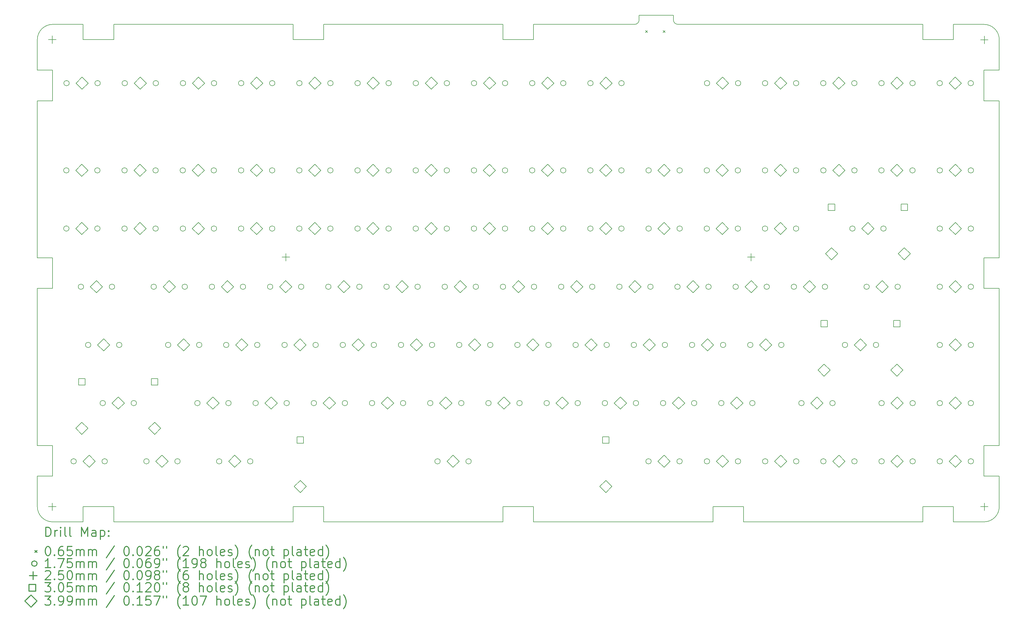
<source format=gbr>
%FSLAX45Y45*%
G04 Gerber Fmt 4.5, Leading zero omitted, Abs format (unit mm)*
G04 Created by KiCad (PCBNEW (5.1.9-0-10_14)) date 2021-05-12 14:41:35*
%MOMM*%
%LPD*%
G01*
G04 APERTURE LIST*
%TA.AperFunction,Profile*%
%ADD10C,0.200000*%
%TD*%
%ADD11C,0.200000*%
%ADD12C,0.300000*%
G04 APERTURE END LIST*
D10*
X37522500Y-8655500D02*
X37522500Y-9655500D01*
X37022500Y-8155500D02*
G75*
G02*
X37522500Y-8655500I0J-500000D01*
G01*
X35022500Y-8655500D02*
X36022500Y-8655500D01*
X35022500Y-8155500D02*
X35022500Y-8655500D01*
X37022500Y-8155500D02*
G75*
G02*
X37522500Y-8655500I0J-500000D01*
G01*
X6542500Y-24443000D02*
G75*
G02*
X6042500Y-23943000I0J500000D01*
G01*
X6042500Y-8655500D02*
G75*
G02*
X6542500Y-8155500I500000J0D01*
G01*
X37522500Y-23943000D02*
G75*
G02*
X37022500Y-24443000I-500000J0D01*
G01*
X25737500Y-7855500D02*
X26857500Y-7855500D01*
X25737500Y-8005500D02*
X25737500Y-7855500D01*
X25737500Y-8005500D02*
G75*
G02*
X25587500Y-8155500I-150000J0D01*
G01*
X22282500Y-8155500D02*
X25587500Y-8155500D01*
X22282500Y-8655500D02*
X22282500Y-8155500D01*
X21282500Y-8655500D02*
X22282500Y-8655500D01*
X21282500Y-8155500D02*
X21282500Y-8655500D01*
X15412500Y-8155500D02*
X21282500Y-8155500D01*
X15412500Y-8655500D02*
X15412500Y-8155500D01*
X14412500Y-8655500D02*
X15412500Y-8655500D01*
X14412500Y-8155500D02*
X14412500Y-8655500D01*
X8542500Y-8155500D02*
X14412500Y-8155500D01*
X8542500Y-8655500D02*
X8542500Y-8155500D01*
X7542500Y-8655500D02*
X8542500Y-8655500D01*
X7542500Y-8155500D02*
X7542500Y-8655500D01*
X37022500Y-10655500D02*
X37522500Y-10655500D01*
X37022500Y-9655500D02*
X37022500Y-10655500D01*
X37522500Y-9655500D02*
X37022500Y-9655500D01*
X7542500Y-24443000D02*
X6542500Y-24443000D01*
X7542500Y-23943000D02*
X7542500Y-24443000D01*
X8542500Y-23943000D02*
X7542500Y-23943000D01*
X8542500Y-24443000D02*
X8542500Y-23943000D01*
X37022500Y-24443000D02*
X36022500Y-24443000D01*
X37522500Y-23943000D02*
G75*
G02*
X37022500Y-24443000I-500000J0D01*
G01*
X37522500Y-22943000D02*
X37522500Y-23943000D01*
X37022500Y-22943000D02*
X37522500Y-22943000D01*
X37022500Y-21943000D02*
X37022500Y-22943000D01*
X37522500Y-21943000D02*
X37022500Y-21943000D01*
X37522500Y-16799250D02*
X37522500Y-21943000D01*
X37022500Y-16799250D02*
X37522500Y-16799250D01*
X37022500Y-15799250D02*
X37022500Y-16799250D01*
X37522500Y-15799250D02*
X37022500Y-15799250D01*
X37522500Y-10655500D02*
X37522500Y-15799250D01*
X14412500Y-24443000D02*
X8542500Y-24443000D01*
X14412500Y-23943000D02*
X14412500Y-24443000D01*
X15412500Y-23943000D02*
X14412500Y-23943000D01*
X15412500Y-24443000D02*
X15412500Y-23943000D01*
X21282500Y-24443000D02*
X15412500Y-24443000D01*
X21282500Y-23943000D02*
X21282500Y-24443000D01*
X22282500Y-23943000D02*
X21282500Y-23943000D01*
X22282500Y-24443000D02*
X22282500Y-23943000D01*
X28152500Y-24443000D02*
X22282500Y-24443000D01*
X28152500Y-23943000D02*
X28152500Y-24443000D01*
X29152500Y-23943000D02*
X28152500Y-23943000D01*
X29152500Y-24443000D02*
X29152500Y-23943000D01*
X35022500Y-24443000D02*
X29152500Y-24443000D01*
X35022500Y-23943000D02*
X35022500Y-24443000D01*
X36022500Y-23943000D02*
X35022500Y-23943000D01*
X36022500Y-24443000D02*
X36022500Y-23943000D01*
X27007500Y-8155500D02*
X35022500Y-8155500D01*
X27007500Y-8155500D02*
G75*
G02*
X26857500Y-8005500I0J150000D01*
G01*
X36022500Y-8155500D02*
X37022500Y-8155500D01*
X36022500Y-8655500D02*
X36022500Y-8155500D01*
X6542500Y-8155500D02*
X7542500Y-8155500D01*
X6042500Y-8655500D02*
G75*
G02*
X6542500Y-8155500I500000J0D01*
G01*
X6042500Y-9655500D02*
X6042500Y-8655500D01*
X6542500Y-9655500D02*
X6042500Y-9655500D01*
X6542500Y-10655500D02*
X6542500Y-9655500D01*
X6042500Y-10655500D02*
X6542500Y-10655500D01*
X6042500Y-15799250D02*
X6042500Y-10655500D01*
X6542500Y-15799250D02*
X6042500Y-15799250D01*
X6542500Y-16799250D02*
X6542500Y-15799250D01*
X6042500Y-16799250D02*
X6542500Y-16799250D01*
X6042500Y-21943000D02*
X6042500Y-16799250D01*
X6542500Y-21943000D02*
X6042500Y-21943000D01*
X6542500Y-22943000D02*
X6542500Y-21943000D01*
X6042500Y-22943000D02*
X6542500Y-22943000D01*
X6042500Y-23943000D02*
X6042500Y-22943000D01*
X6542500Y-24443000D02*
G75*
G02*
X6042500Y-23943000I0J500000D01*
G01*
X26857500Y-7855500D02*
X26857500Y-8005500D01*
D11*
X25947000Y-8360000D02*
X26012000Y-8425000D01*
X26012000Y-8360000D02*
X25947000Y-8425000D01*
X26525000Y-8360000D02*
X26590000Y-8425000D01*
X26590000Y-8360000D02*
X26525000Y-8425000D01*
X7078492Y-12934962D02*
G75*
G03*
X7078492Y-12934962I-87500J0D01*
G01*
X7079762Y-14838692D02*
G75*
G03*
X7079762Y-14838692I-87500J0D01*
G01*
X7086112Y-10079882D02*
G75*
G03*
X7086112Y-10079882I-87500J0D01*
G01*
X7317252Y-22459962D02*
G75*
G03*
X7317252Y-22459962I-87500J0D01*
G01*
X7556012Y-16744962D02*
G75*
G03*
X7556012Y-16744962I-87500J0D01*
G01*
X7793502Y-18649962D02*
G75*
G03*
X7793502Y-18649962I-87500J0D01*
G01*
X8094492Y-12934962D02*
G75*
G03*
X8094492Y-12934962I-87500J0D01*
G01*
X8095762Y-14838692D02*
G75*
G03*
X8095762Y-14838692I-87500J0D01*
G01*
X8102112Y-10079882D02*
G75*
G03*
X8102112Y-10079882I-87500J0D01*
G01*
X8269752Y-20554962D02*
G75*
G03*
X8269752Y-20554962I-87500J0D01*
G01*
X8333252Y-22459962D02*
G75*
G03*
X8333252Y-22459962I-87500J0D01*
G01*
X8572012Y-16744962D02*
G75*
G03*
X8572012Y-16744962I-87500J0D01*
G01*
X8809502Y-18649962D02*
G75*
G03*
X8809502Y-18649962I-87500J0D01*
G01*
X8983492Y-12934962D02*
G75*
G03*
X8983492Y-12934962I-87500J0D01*
G01*
X8983492Y-14839962D02*
G75*
G03*
X8983492Y-14839962I-87500J0D01*
G01*
X8991112Y-10079882D02*
G75*
G03*
X8991112Y-10079882I-87500J0D01*
G01*
X9285752Y-20554962D02*
G75*
G03*
X9285752Y-20554962I-87500J0D01*
G01*
X9700452Y-22459962D02*
G75*
G03*
X9700452Y-22459962I-87500J0D01*
G01*
X9938532Y-16744962D02*
G75*
G03*
X9938532Y-16744962I-87500J0D01*
G01*
X9999492Y-12934962D02*
G75*
G03*
X9999492Y-12934962I-87500J0D01*
G01*
X9999492Y-14839962D02*
G75*
G03*
X9999492Y-14839962I-87500J0D01*
G01*
X10007112Y-10079882D02*
G75*
G03*
X10007112Y-10079882I-87500J0D01*
G01*
X10410972Y-18649962D02*
G75*
G03*
X10410972Y-18649962I-87500J0D01*
G01*
X10716452Y-22459962D02*
G75*
G03*
X10716452Y-22459962I-87500J0D01*
G01*
X10888492Y-12934962D02*
G75*
G03*
X10888492Y-12934962I-87500J0D01*
G01*
X10893572Y-14839962D02*
G75*
G03*
X10893572Y-14839962I-87500J0D01*
G01*
X10896112Y-10079882D02*
G75*
G03*
X10896112Y-10079882I-87500J0D01*
G01*
X10954532Y-16744962D02*
G75*
G03*
X10954532Y-16744962I-87500J0D01*
G01*
X11368552Y-20554962D02*
G75*
G03*
X11368552Y-20554962I-87500J0D01*
G01*
X11426972Y-18649962D02*
G75*
G03*
X11426972Y-18649962I-87500J0D01*
G01*
X11843532Y-16744962D02*
G75*
G03*
X11843532Y-16744962I-87500J0D01*
G01*
X11904492Y-12934962D02*
G75*
G03*
X11904492Y-12934962I-87500J0D01*
G01*
X11909572Y-14839962D02*
G75*
G03*
X11909572Y-14839962I-87500J0D01*
G01*
X11912112Y-10079882D02*
G75*
G03*
X11912112Y-10079882I-87500J0D01*
G01*
X12081213Y-22460923D02*
G75*
G03*
X12081213Y-22460923I-87500J0D01*
G01*
X12310892Y-18649962D02*
G75*
G03*
X12310892Y-18649962I-87500J0D01*
G01*
X12384552Y-20554962D02*
G75*
G03*
X12384552Y-20554962I-87500J0D01*
G01*
X12798572Y-12934962D02*
G75*
G03*
X12798572Y-12934962I-87500J0D01*
G01*
X12798572Y-14839962D02*
G75*
G03*
X12798572Y-14839962I-87500J0D01*
G01*
X12801112Y-10079882D02*
G75*
G03*
X12801112Y-10079882I-87500J0D01*
G01*
X12859532Y-16744962D02*
G75*
G03*
X12859532Y-16744962I-87500J0D01*
G01*
X13097213Y-22460923D02*
G75*
G03*
X13097213Y-22460923I-87500J0D01*
G01*
X13273552Y-20554962D02*
G75*
G03*
X13273552Y-20554962I-87500J0D01*
G01*
X13326892Y-18649962D02*
G75*
G03*
X13326892Y-18649962I-87500J0D01*
G01*
X13748532Y-16744962D02*
G75*
G03*
X13748532Y-16744962I-87500J0D01*
G01*
X13814572Y-12934962D02*
G75*
G03*
X13814572Y-12934962I-87500J0D01*
G01*
X13814572Y-14839962D02*
G75*
G03*
X13814572Y-14839962I-87500J0D01*
G01*
X13817112Y-10079882D02*
G75*
G03*
X13817112Y-10079882I-87500J0D01*
G01*
X14220972Y-18649962D02*
G75*
G03*
X14220972Y-18649962I-87500J0D01*
G01*
X14289552Y-20554962D02*
G75*
G03*
X14289552Y-20554962I-87500J0D01*
G01*
X14703572Y-12934962D02*
G75*
G03*
X14703572Y-12934962I-87500J0D01*
G01*
X14703572Y-14839962D02*
G75*
G03*
X14703572Y-14839962I-87500J0D01*
G01*
X14706112Y-10079882D02*
G75*
G03*
X14706112Y-10079882I-87500J0D01*
G01*
X14764532Y-16744962D02*
G75*
G03*
X14764532Y-16744962I-87500J0D01*
G01*
X15178552Y-20554962D02*
G75*
G03*
X15178552Y-20554962I-87500J0D01*
G01*
X15236972Y-18649962D02*
G75*
G03*
X15236972Y-18649962I-87500J0D01*
G01*
X15653532Y-16744962D02*
G75*
G03*
X15653532Y-16744962I-87500J0D01*
G01*
X15719572Y-12934962D02*
G75*
G03*
X15719572Y-12934962I-87500J0D01*
G01*
X15719572Y-14839962D02*
G75*
G03*
X15719572Y-14839962I-87500J0D01*
G01*
X15722112Y-10079882D02*
G75*
G03*
X15722112Y-10079882I-87500J0D01*
G01*
X16125972Y-18649962D02*
G75*
G03*
X16125972Y-18649962I-87500J0D01*
G01*
X16194552Y-20554962D02*
G75*
G03*
X16194552Y-20554962I-87500J0D01*
G01*
X16608572Y-12934962D02*
G75*
G03*
X16608572Y-12934962I-87500J0D01*
G01*
X16608572Y-14839962D02*
G75*
G03*
X16608572Y-14839962I-87500J0D01*
G01*
X16611112Y-10079882D02*
G75*
G03*
X16611112Y-10079882I-87500J0D01*
G01*
X16669532Y-16744962D02*
G75*
G03*
X16669532Y-16744962I-87500J0D01*
G01*
X17083552Y-20554962D02*
G75*
G03*
X17083552Y-20554962I-87500J0D01*
G01*
X17141972Y-18649962D02*
G75*
G03*
X17141972Y-18649962I-87500J0D01*
G01*
X17558532Y-16744962D02*
G75*
G03*
X17558532Y-16744962I-87500J0D01*
G01*
X17624572Y-12934962D02*
G75*
G03*
X17624572Y-12934962I-87500J0D01*
G01*
X17624572Y-14839962D02*
G75*
G03*
X17624572Y-14839962I-87500J0D01*
G01*
X17627112Y-10079882D02*
G75*
G03*
X17627112Y-10079882I-87500J0D01*
G01*
X18030972Y-18649962D02*
G75*
G03*
X18030972Y-18649962I-87500J0D01*
G01*
X18099552Y-20554962D02*
G75*
G03*
X18099552Y-20554962I-87500J0D01*
G01*
X18513572Y-12934962D02*
G75*
G03*
X18513572Y-12934962I-87500J0D01*
G01*
X18513572Y-14839962D02*
G75*
G03*
X18513572Y-14839962I-87500J0D01*
G01*
X18516112Y-10079882D02*
G75*
G03*
X18516112Y-10079882I-87500J0D01*
G01*
X18574532Y-16744962D02*
G75*
G03*
X18574532Y-16744962I-87500J0D01*
G01*
X18988552Y-20554962D02*
G75*
G03*
X18988552Y-20554962I-87500J0D01*
G01*
X19046972Y-18649962D02*
G75*
G03*
X19046972Y-18649962I-87500J0D01*
G01*
X19226065Y-22460923D02*
G75*
G03*
X19226065Y-22460923I-87500J0D01*
G01*
X19463532Y-16744962D02*
G75*
G03*
X19463532Y-16744962I-87500J0D01*
G01*
X19529572Y-12934962D02*
G75*
G03*
X19529572Y-12934962I-87500J0D01*
G01*
X19529572Y-14839962D02*
G75*
G03*
X19529572Y-14839962I-87500J0D01*
G01*
X19532112Y-10079882D02*
G75*
G03*
X19532112Y-10079882I-87500J0D01*
G01*
X19935972Y-18649962D02*
G75*
G03*
X19935972Y-18649962I-87500J0D01*
G01*
X20004552Y-20554962D02*
G75*
G03*
X20004552Y-20554962I-87500J0D01*
G01*
X20242065Y-22460923D02*
G75*
G03*
X20242065Y-22460923I-87500J0D01*
G01*
X20418572Y-12934962D02*
G75*
G03*
X20418572Y-12934962I-87500J0D01*
G01*
X20418572Y-14839962D02*
G75*
G03*
X20418572Y-14839962I-87500J0D01*
G01*
X20421112Y-10079882D02*
G75*
G03*
X20421112Y-10079882I-87500J0D01*
G01*
X20479532Y-16744962D02*
G75*
G03*
X20479532Y-16744962I-87500J0D01*
G01*
X20893552Y-20554962D02*
G75*
G03*
X20893552Y-20554962I-87500J0D01*
G01*
X20951972Y-18649962D02*
G75*
G03*
X20951972Y-18649962I-87500J0D01*
G01*
X21368532Y-16744962D02*
G75*
G03*
X21368532Y-16744962I-87500J0D01*
G01*
X21434572Y-12934962D02*
G75*
G03*
X21434572Y-12934962I-87500J0D01*
G01*
X21434572Y-14839962D02*
G75*
G03*
X21434572Y-14839962I-87500J0D01*
G01*
X21437112Y-10079882D02*
G75*
G03*
X21437112Y-10079882I-87500J0D01*
G01*
X21840972Y-18649962D02*
G75*
G03*
X21840972Y-18649962I-87500J0D01*
G01*
X21909552Y-20554962D02*
G75*
G03*
X21909552Y-20554962I-87500J0D01*
G01*
X22323572Y-12934962D02*
G75*
G03*
X22323572Y-12934962I-87500J0D01*
G01*
X22323572Y-14839962D02*
G75*
G03*
X22323572Y-14839962I-87500J0D01*
G01*
X22326112Y-10079882D02*
G75*
G03*
X22326112Y-10079882I-87500J0D01*
G01*
X22384532Y-16744962D02*
G75*
G03*
X22384532Y-16744962I-87500J0D01*
G01*
X22798552Y-20554962D02*
G75*
G03*
X22798552Y-20554962I-87500J0D01*
G01*
X22856972Y-18649962D02*
G75*
G03*
X22856972Y-18649962I-87500J0D01*
G01*
X23273532Y-16744962D02*
G75*
G03*
X23273532Y-16744962I-87500J0D01*
G01*
X23339572Y-12934962D02*
G75*
G03*
X23339572Y-12934962I-87500J0D01*
G01*
X23339572Y-14839962D02*
G75*
G03*
X23339572Y-14839962I-87500J0D01*
G01*
X23342112Y-10079882D02*
G75*
G03*
X23342112Y-10079882I-87500J0D01*
G01*
X23745972Y-18649962D02*
G75*
G03*
X23745972Y-18649962I-87500J0D01*
G01*
X23814552Y-20554962D02*
G75*
G03*
X23814552Y-20554962I-87500J0D01*
G01*
X24228572Y-12934962D02*
G75*
G03*
X24228572Y-12934962I-87500J0D01*
G01*
X24228572Y-14839962D02*
G75*
G03*
X24228572Y-14839962I-87500J0D01*
G01*
X24231112Y-10079882D02*
G75*
G03*
X24231112Y-10079882I-87500J0D01*
G01*
X24289532Y-16744962D02*
G75*
G03*
X24289532Y-16744962I-87500J0D01*
G01*
X24703552Y-20554962D02*
G75*
G03*
X24703552Y-20554962I-87500J0D01*
G01*
X24761972Y-18649962D02*
G75*
G03*
X24761972Y-18649962I-87500J0D01*
G01*
X25178532Y-16744962D02*
G75*
G03*
X25178532Y-16744962I-87500J0D01*
G01*
X25244572Y-12934962D02*
G75*
G03*
X25244572Y-12934962I-87500J0D01*
G01*
X25244572Y-14839962D02*
G75*
G03*
X25244572Y-14839962I-87500J0D01*
G01*
X25247112Y-10079882D02*
G75*
G03*
X25247112Y-10079882I-87500J0D01*
G01*
X25650972Y-18649962D02*
G75*
G03*
X25650972Y-18649962I-87500J0D01*
G01*
X25719552Y-20554962D02*
G75*
G03*
X25719552Y-20554962I-87500J0D01*
G01*
X26131538Y-22459962D02*
G75*
G03*
X26131538Y-22459962I-87500J0D01*
G01*
X26133572Y-12934962D02*
G75*
G03*
X26133572Y-12934962I-87500J0D01*
G01*
X26133572Y-14839962D02*
G75*
G03*
X26133572Y-14839962I-87500J0D01*
G01*
X26194532Y-16744962D02*
G75*
G03*
X26194532Y-16744962I-87500J0D01*
G01*
X26608552Y-20554962D02*
G75*
G03*
X26608552Y-20554962I-87500J0D01*
G01*
X26666972Y-18649962D02*
G75*
G03*
X26666972Y-18649962I-87500J0D01*
G01*
X27078452Y-16744962D02*
G75*
G03*
X27078452Y-16744962I-87500J0D01*
G01*
X27147538Y-22459962D02*
G75*
G03*
X27147538Y-22459962I-87500J0D01*
G01*
X27149572Y-12934962D02*
G75*
G03*
X27149572Y-12934962I-87500J0D01*
G01*
X27149572Y-14839962D02*
G75*
G03*
X27149572Y-14839962I-87500J0D01*
G01*
X27555972Y-18649962D02*
G75*
G03*
X27555972Y-18649962I-87500J0D01*
G01*
X27624552Y-20554962D02*
G75*
G03*
X27624552Y-20554962I-87500J0D01*
G01*
X28038572Y-12934962D02*
G75*
G03*
X28038572Y-12934962I-87500J0D01*
G01*
X28038572Y-14839962D02*
G75*
G03*
X28038572Y-14839962I-87500J0D01*
G01*
X28043652Y-22459962D02*
G75*
G03*
X28043652Y-22459962I-87500J0D01*
G01*
X28047032Y-10079882D02*
G75*
G03*
X28047032Y-10079882I-87500J0D01*
G01*
X28094452Y-16744962D02*
G75*
G03*
X28094452Y-16744962I-87500J0D01*
G01*
X28513552Y-20554962D02*
G75*
G03*
X28513552Y-20554962I-87500J0D01*
G01*
X28571972Y-18649962D02*
G75*
G03*
X28571972Y-18649962I-87500J0D01*
G01*
X28983452Y-16744962D02*
G75*
G03*
X28983452Y-16744962I-87500J0D01*
G01*
X29054572Y-12934962D02*
G75*
G03*
X29054572Y-12934962I-87500J0D01*
G01*
X29054572Y-14839962D02*
G75*
G03*
X29054572Y-14839962I-87500J0D01*
G01*
X29059652Y-22459962D02*
G75*
G03*
X29059652Y-22459962I-87500J0D01*
G01*
X29063032Y-10079882D02*
G75*
G03*
X29063032Y-10079882I-87500J0D01*
G01*
X29460972Y-18649962D02*
G75*
G03*
X29460972Y-18649962I-87500J0D01*
G01*
X29529552Y-20554962D02*
G75*
G03*
X29529552Y-20554962I-87500J0D01*
G01*
X29943572Y-12934962D02*
G75*
G03*
X29943572Y-12934962I-87500J0D01*
G01*
X29943572Y-14839962D02*
G75*
G03*
X29943572Y-14839962I-87500J0D01*
G01*
X29946112Y-10079882D02*
G75*
G03*
X29946112Y-10079882I-87500J0D01*
G01*
X29948652Y-22459962D02*
G75*
G03*
X29948652Y-22459962I-87500J0D01*
G01*
X29999452Y-16744962D02*
G75*
G03*
X29999452Y-16744962I-87500J0D01*
G01*
X30476972Y-18649962D02*
G75*
G03*
X30476972Y-18649962I-87500J0D01*
G01*
X30888452Y-16744962D02*
G75*
G03*
X30888452Y-16744962I-87500J0D01*
G01*
X30959572Y-12934962D02*
G75*
G03*
X30959572Y-12934962I-87500J0D01*
G01*
X30959572Y-14839962D02*
G75*
G03*
X30959572Y-14839962I-87500J0D01*
G01*
X30962112Y-10079882D02*
G75*
G03*
X30962112Y-10079882I-87500J0D01*
G01*
X30964652Y-22459962D02*
G75*
G03*
X30964652Y-22459962I-87500J0D01*
G01*
X31136102Y-20554962D02*
G75*
G03*
X31136102Y-20554962I-87500J0D01*
G01*
X31851112Y-10079882D02*
G75*
G03*
X31851112Y-10079882I-87500J0D01*
G01*
X31853652Y-12934962D02*
G75*
G03*
X31853652Y-12934962I-87500J0D01*
G01*
X31853652Y-22459962D02*
G75*
G03*
X31853652Y-22459962I-87500J0D01*
G01*
X31904452Y-16744962D02*
G75*
G03*
X31904452Y-16744962I-87500J0D01*
G01*
X32152102Y-20554962D02*
G75*
G03*
X32152102Y-20554962I-87500J0D01*
G01*
X32559772Y-18649962D02*
G75*
G03*
X32559772Y-18649962I-87500J0D01*
G01*
X32803612Y-14839962D02*
G75*
G03*
X32803612Y-14839962I-87500J0D01*
G01*
X32867112Y-10079882D02*
G75*
G03*
X32867112Y-10079882I-87500J0D01*
G01*
X32869652Y-12934962D02*
G75*
G03*
X32869652Y-12934962I-87500J0D01*
G01*
X32869652Y-22459962D02*
G75*
G03*
X32869652Y-22459962I-87500J0D01*
G01*
X33268432Y-16744962D02*
G75*
G03*
X33268432Y-16744962I-87500J0D01*
G01*
X33575772Y-18649962D02*
G75*
G03*
X33575772Y-18649962I-87500J0D01*
G01*
X33753572Y-12934962D02*
G75*
G03*
X33753572Y-12934962I-87500J0D01*
G01*
X33756112Y-10079882D02*
G75*
G03*
X33756112Y-10079882I-87500J0D01*
G01*
X33758652Y-20554962D02*
G75*
G03*
X33758652Y-20554962I-87500J0D01*
G01*
X33758652Y-22459962D02*
G75*
G03*
X33758652Y-22459962I-87500J0D01*
G01*
X33819612Y-14839962D02*
G75*
G03*
X33819612Y-14839962I-87500J0D01*
G01*
X34284432Y-16744962D02*
G75*
G03*
X34284432Y-16744962I-87500J0D01*
G01*
X34769572Y-12934962D02*
G75*
G03*
X34769572Y-12934962I-87500J0D01*
G01*
X34772112Y-10079882D02*
G75*
G03*
X34772112Y-10079882I-87500J0D01*
G01*
X34774652Y-20554962D02*
G75*
G03*
X34774652Y-20554962I-87500J0D01*
G01*
X34774652Y-22459962D02*
G75*
G03*
X34774652Y-22459962I-87500J0D01*
G01*
X35661112Y-10079882D02*
G75*
G03*
X35661112Y-10079882I-87500J0D01*
G01*
X35663652Y-12934962D02*
G75*
G03*
X35663652Y-12934962I-87500J0D01*
G01*
X35663652Y-14839962D02*
G75*
G03*
X35663652Y-14839962I-87500J0D01*
G01*
X35663652Y-16744962D02*
G75*
G03*
X35663652Y-16744962I-87500J0D01*
G01*
X35663652Y-18649962D02*
G75*
G03*
X35663652Y-18649962I-87500J0D01*
G01*
X35663652Y-20554962D02*
G75*
G03*
X35663652Y-20554962I-87500J0D01*
G01*
X35663652Y-22459962D02*
G75*
G03*
X35663652Y-22459962I-87500J0D01*
G01*
X36677112Y-10079882D02*
G75*
G03*
X36677112Y-10079882I-87500J0D01*
G01*
X36679652Y-12934962D02*
G75*
G03*
X36679652Y-12934962I-87500J0D01*
G01*
X36679652Y-14839962D02*
G75*
G03*
X36679652Y-14839962I-87500J0D01*
G01*
X36679652Y-16744962D02*
G75*
G03*
X36679652Y-16744962I-87500J0D01*
G01*
X36679652Y-18649962D02*
G75*
G03*
X36679652Y-18649962I-87500J0D01*
G01*
X36679652Y-20554962D02*
G75*
G03*
X36679652Y-20554962I-87500J0D01*
G01*
X36679652Y-22459962D02*
G75*
G03*
X36679652Y-22459962I-87500J0D01*
G01*
X6532500Y-8526800D02*
X6532500Y-8776800D01*
X6407500Y-8651800D02*
X6657500Y-8651800D01*
X6532500Y-23822500D02*
X6532500Y-24072500D01*
X6407500Y-23947500D02*
X6657500Y-23947500D01*
X14177800Y-15651100D02*
X14177800Y-15901100D01*
X14052800Y-15776100D02*
X14302800Y-15776100D01*
X29402000Y-15651100D02*
X29402000Y-15901100D01*
X29277000Y-15776100D02*
X29527000Y-15776100D01*
X37032500Y-8536800D02*
X37032500Y-8786800D01*
X36907500Y-8661800D02*
X37157500Y-8661800D01*
X37032500Y-23822500D02*
X37032500Y-24072500D01*
X36907500Y-23947500D02*
X37157500Y-23947500D01*
X7607391Y-19964226D02*
X7607391Y-19748698D01*
X7391863Y-19748698D01*
X7391863Y-19964226D01*
X7607391Y-19964226D01*
X9988641Y-19964226D02*
X9988641Y-19748698D01*
X9773113Y-19748698D01*
X9773113Y-19964226D01*
X9988641Y-19964226D01*
X14754339Y-21870187D02*
X14754339Y-21654659D01*
X14538811Y-21654659D01*
X14538811Y-21870187D01*
X14754339Y-21870187D01*
X24754319Y-21870187D02*
X24754319Y-21654659D01*
X24538791Y-21654659D01*
X24538791Y-21870187D01*
X24754319Y-21870187D01*
X31897411Y-18059226D02*
X31897411Y-17843698D01*
X31681883Y-17843698D01*
X31681883Y-18059226D01*
X31897411Y-18059226D01*
X32141251Y-14249226D02*
X32141251Y-14033698D01*
X31925723Y-14033698D01*
X31925723Y-14249226D01*
X32141251Y-14249226D01*
X34278661Y-18059226D02*
X34278661Y-17843698D01*
X34063133Y-17843698D01*
X34063133Y-18059226D01*
X34278661Y-18059226D01*
X34522501Y-14249226D02*
X34522501Y-14033698D01*
X34306973Y-14033698D01*
X34306973Y-14249226D01*
X34522501Y-14249226D01*
X7498992Y-13134352D02*
X7698382Y-12934962D01*
X7498992Y-12735572D01*
X7299602Y-12934962D01*
X7498992Y-13134352D01*
X7499627Y-21579852D02*
X7699017Y-21380462D01*
X7499627Y-21181072D01*
X7300237Y-21380462D01*
X7499627Y-21579852D01*
X7500262Y-15038082D02*
X7699652Y-14838692D01*
X7500262Y-14639302D01*
X7300872Y-14838692D01*
X7500262Y-15038082D01*
X7506612Y-10279272D02*
X7706002Y-10079882D01*
X7506612Y-9880492D01*
X7307222Y-10079882D01*
X7506612Y-10279272D01*
X7737752Y-22659352D02*
X7937142Y-22459962D01*
X7737752Y-22260572D01*
X7538362Y-22459962D01*
X7737752Y-22659352D01*
X7976512Y-16944352D02*
X8175902Y-16744962D01*
X7976512Y-16545572D01*
X7777122Y-16744962D01*
X7976512Y-16944352D01*
X8214002Y-18849352D02*
X8413392Y-18649962D01*
X8214002Y-18450572D01*
X8014612Y-18649962D01*
X8214002Y-18849352D01*
X8690252Y-20754352D02*
X8889642Y-20554962D01*
X8690252Y-20355572D01*
X8490862Y-20554962D01*
X8690252Y-20754352D01*
X9403992Y-13134352D02*
X9603382Y-12934962D01*
X9403992Y-12735572D01*
X9204602Y-12934962D01*
X9403992Y-13134352D01*
X9403992Y-15039352D02*
X9603382Y-14839962D01*
X9403992Y-14640572D01*
X9204602Y-14839962D01*
X9403992Y-15039352D01*
X9411612Y-10279272D02*
X9611002Y-10079882D01*
X9411612Y-9880492D01*
X9212222Y-10079882D01*
X9411612Y-10279272D01*
X9880877Y-21579852D02*
X10080267Y-21380462D01*
X9880877Y-21181072D01*
X9681487Y-21380462D01*
X9880877Y-21579852D01*
X10120952Y-22659352D02*
X10320342Y-22459962D01*
X10120952Y-22260572D01*
X9921562Y-22459962D01*
X10120952Y-22659352D01*
X10359032Y-16944352D02*
X10558422Y-16744962D01*
X10359032Y-16545572D01*
X10159642Y-16744962D01*
X10359032Y-16944352D01*
X10831472Y-18849352D02*
X11030862Y-18649962D01*
X10831472Y-18450572D01*
X10632082Y-18649962D01*
X10831472Y-18849352D01*
X11308992Y-13134352D02*
X11508382Y-12934962D01*
X11308992Y-12735572D01*
X11109602Y-12934962D01*
X11308992Y-13134352D01*
X11314072Y-15039352D02*
X11513462Y-14839962D01*
X11314072Y-14640572D01*
X11114682Y-14839962D01*
X11314072Y-15039352D01*
X11316612Y-10279272D02*
X11516002Y-10079882D01*
X11316612Y-9880492D01*
X11117222Y-10079882D01*
X11316612Y-10279272D01*
X11789052Y-20754352D02*
X11988442Y-20554962D01*
X11789052Y-20355572D01*
X11589662Y-20554962D01*
X11789052Y-20754352D01*
X12264032Y-16944352D02*
X12463422Y-16744962D01*
X12264032Y-16545572D01*
X12064642Y-16744962D01*
X12264032Y-16944352D01*
X12501713Y-22660313D02*
X12701103Y-22460923D01*
X12501713Y-22261533D01*
X12302323Y-22460923D01*
X12501713Y-22660313D01*
X12731392Y-18849352D02*
X12930782Y-18649962D01*
X12731392Y-18450572D01*
X12532002Y-18649962D01*
X12731392Y-18849352D01*
X13219072Y-13134352D02*
X13418462Y-12934962D01*
X13219072Y-12735572D01*
X13019682Y-12934962D01*
X13219072Y-13134352D01*
X13219072Y-15039352D02*
X13418462Y-14839962D01*
X13219072Y-14640572D01*
X13019682Y-14839962D01*
X13219072Y-15039352D01*
X13221612Y-10279272D02*
X13421002Y-10079882D01*
X13221612Y-9880492D01*
X13022222Y-10079882D01*
X13221612Y-10279272D01*
X13694052Y-20754352D02*
X13893442Y-20554962D01*
X13694052Y-20355572D01*
X13494662Y-20554962D01*
X13694052Y-20754352D01*
X14169032Y-16944352D02*
X14368422Y-16744962D01*
X14169032Y-16545572D01*
X13969642Y-16744962D01*
X14169032Y-16944352D01*
X14641472Y-18849352D02*
X14840862Y-18649962D01*
X14641472Y-18450572D01*
X14442082Y-18649962D01*
X14641472Y-18849352D01*
X14646575Y-23485813D02*
X14845965Y-23286423D01*
X14646575Y-23087033D01*
X14447185Y-23286423D01*
X14646575Y-23485813D01*
X15124072Y-13134352D02*
X15323462Y-12934962D01*
X15124072Y-12735572D01*
X14924682Y-12934962D01*
X15124072Y-13134352D01*
X15124072Y-15039352D02*
X15323462Y-14839962D01*
X15124072Y-14640572D01*
X14924682Y-14839962D01*
X15124072Y-15039352D01*
X15126612Y-10279272D02*
X15326002Y-10079882D01*
X15126612Y-9880492D01*
X14927222Y-10079882D01*
X15126612Y-10279272D01*
X15599052Y-20754352D02*
X15798442Y-20554962D01*
X15599052Y-20355572D01*
X15399662Y-20554962D01*
X15599052Y-20754352D01*
X16074032Y-16944352D02*
X16273422Y-16744962D01*
X16074032Y-16545572D01*
X15874642Y-16744962D01*
X16074032Y-16944352D01*
X16546472Y-18849352D02*
X16745862Y-18649962D01*
X16546472Y-18450572D01*
X16347082Y-18649962D01*
X16546472Y-18849352D01*
X17029072Y-13134352D02*
X17228462Y-12934962D01*
X17029072Y-12735572D01*
X16829682Y-12934962D01*
X17029072Y-13134352D01*
X17029072Y-15039352D02*
X17228462Y-14839962D01*
X17029072Y-14640572D01*
X16829682Y-14839962D01*
X17029072Y-15039352D01*
X17031612Y-10279272D02*
X17231002Y-10079882D01*
X17031612Y-9880492D01*
X16832222Y-10079882D01*
X17031612Y-10279272D01*
X17504052Y-20754352D02*
X17703442Y-20554962D01*
X17504052Y-20355572D01*
X17304662Y-20554962D01*
X17504052Y-20754352D01*
X17979032Y-16944352D02*
X18178422Y-16744962D01*
X17979032Y-16545572D01*
X17779642Y-16744962D01*
X17979032Y-16944352D01*
X18451472Y-18849352D02*
X18650862Y-18649962D01*
X18451472Y-18450572D01*
X18252082Y-18649962D01*
X18451472Y-18849352D01*
X18934072Y-13134352D02*
X19133462Y-12934962D01*
X18934072Y-12735572D01*
X18734682Y-12934962D01*
X18934072Y-13134352D01*
X18934072Y-15039352D02*
X19133462Y-14839962D01*
X18934072Y-14640572D01*
X18734682Y-14839962D01*
X18934072Y-15039352D01*
X18936612Y-10279272D02*
X19136002Y-10079882D01*
X18936612Y-9880492D01*
X18737222Y-10079882D01*
X18936612Y-10279272D01*
X19409052Y-20754352D02*
X19608442Y-20554962D01*
X19409052Y-20355572D01*
X19209662Y-20554962D01*
X19409052Y-20754352D01*
X19646565Y-22660313D02*
X19845955Y-22460923D01*
X19646565Y-22261533D01*
X19447175Y-22460923D01*
X19646565Y-22660313D01*
X19884032Y-16944352D02*
X20083422Y-16744962D01*
X19884032Y-16545572D01*
X19684642Y-16744962D01*
X19884032Y-16944352D01*
X20356472Y-18849352D02*
X20555862Y-18649962D01*
X20356472Y-18450572D01*
X20157082Y-18649962D01*
X20356472Y-18849352D01*
X20839072Y-13134352D02*
X21038462Y-12934962D01*
X20839072Y-12735572D01*
X20639682Y-12934962D01*
X20839072Y-13134352D01*
X20839072Y-15039352D02*
X21038462Y-14839962D01*
X20839072Y-14640572D01*
X20639682Y-14839962D01*
X20839072Y-15039352D01*
X20841612Y-10279272D02*
X21041002Y-10079882D01*
X20841612Y-9880492D01*
X20642222Y-10079882D01*
X20841612Y-10279272D01*
X21314052Y-20754352D02*
X21513442Y-20554962D01*
X21314052Y-20355572D01*
X21114662Y-20554962D01*
X21314052Y-20754352D01*
X21789032Y-16944352D02*
X21988422Y-16744962D01*
X21789032Y-16545572D01*
X21589642Y-16744962D01*
X21789032Y-16944352D01*
X22261472Y-18849352D02*
X22460862Y-18649962D01*
X22261472Y-18450572D01*
X22062082Y-18649962D01*
X22261472Y-18849352D01*
X22744072Y-13134352D02*
X22943462Y-12934962D01*
X22744072Y-12735572D01*
X22544682Y-12934962D01*
X22744072Y-13134352D01*
X22744072Y-15039352D02*
X22943462Y-14839962D01*
X22744072Y-14640572D01*
X22544682Y-14839962D01*
X22744072Y-15039352D01*
X22746612Y-10279272D02*
X22946002Y-10079882D01*
X22746612Y-9880492D01*
X22547222Y-10079882D01*
X22746612Y-10279272D01*
X23219052Y-20754352D02*
X23418442Y-20554962D01*
X23219052Y-20355572D01*
X23019662Y-20554962D01*
X23219052Y-20754352D01*
X23694032Y-16944352D02*
X23893422Y-16744962D01*
X23694032Y-16545572D01*
X23494642Y-16744962D01*
X23694032Y-16944352D01*
X24166472Y-18849352D02*
X24365862Y-18649962D01*
X24166472Y-18450572D01*
X23967082Y-18649962D01*
X24166472Y-18849352D01*
X24646555Y-23485813D02*
X24845945Y-23286423D01*
X24646555Y-23087033D01*
X24447165Y-23286423D01*
X24646555Y-23485813D01*
X24649072Y-13134352D02*
X24848462Y-12934962D01*
X24649072Y-12735572D01*
X24449682Y-12934962D01*
X24649072Y-13134352D01*
X24649072Y-15039352D02*
X24848462Y-14839962D01*
X24649072Y-14640572D01*
X24449682Y-14839962D01*
X24649072Y-15039352D01*
X24651612Y-10279272D02*
X24851002Y-10079882D01*
X24651612Y-9880492D01*
X24452222Y-10079882D01*
X24651612Y-10279272D01*
X25124052Y-20754352D02*
X25323442Y-20554962D01*
X25124052Y-20355572D01*
X24924662Y-20554962D01*
X25124052Y-20754352D01*
X25599032Y-16944352D02*
X25798422Y-16744962D01*
X25599032Y-16545572D01*
X25399642Y-16744962D01*
X25599032Y-16944352D01*
X26071472Y-18849352D02*
X26270862Y-18649962D01*
X26071472Y-18450572D01*
X25872082Y-18649962D01*
X26071472Y-18849352D01*
X26552038Y-22659352D02*
X26751428Y-22459962D01*
X26552038Y-22260572D01*
X26352648Y-22459962D01*
X26552038Y-22659352D01*
X26554072Y-13134352D02*
X26753462Y-12934962D01*
X26554072Y-12735572D01*
X26354682Y-12934962D01*
X26554072Y-13134352D01*
X26554072Y-15039352D02*
X26753462Y-14839962D01*
X26554072Y-14640572D01*
X26354682Y-14839962D01*
X26554072Y-15039352D01*
X27029052Y-20754352D02*
X27228442Y-20554962D01*
X27029052Y-20355572D01*
X26829662Y-20554962D01*
X27029052Y-20754352D01*
X27498952Y-16944352D02*
X27698342Y-16744962D01*
X27498952Y-16545572D01*
X27299562Y-16744962D01*
X27498952Y-16944352D01*
X27976472Y-18849352D02*
X28175862Y-18649962D01*
X27976472Y-18450572D01*
X27777082Y-18649962D01*
X27976472Y-18849352D01*
X28459072Y-13134352D02*
X28658462Y-12934962D01*
X28459072Y-12735572D01*
X28259682Y-12934962D01*
X28459072Y-13134352D01*
X28459072Y-15039352D02*
X28658462Y-14839962D01*
X28459072Y-14640572D01*
X28259682Y-14839962D01*
X28459072Y-15039352D01*
X28464152Y-22659352D02*
X28663542Y-22459962D01*
X28464152Y-22260572D01*
X28264762Y-22459962D01*
X28464152Y-22659352D01*
X28467532Y-10279272D02*
X28666922Y-10079882D01*
X28467532Y-9880492D01*
X28268142Y-10079882D01*
X28467532Y-10279272D01*
X28934052Y-20754352D02*
X29133442Y-20554962D01*
X28934052Y-20355572D01*
X28734662Y-20554962D01*
X28934052Y-20754352D01*
X29403952Y-16944352D02*
X29603342Y-16744962D01*
X29403952Y-16545572D01*
X29204562Y-16744962D01*
X29403952Y-16944352D01*
X29881472Y-18849352D02*
X30080862Y-18649962D01*
X29881472Y-18450572D01*
X29682082Y-18649962D01*
X29881472Y-18849352D01*
X30364072Y-13134352D02*
X30563462Y-12934962D01*
X30364072Y-12735572D01*
X30164682Y-12934962D01*
X30364072Y-13134352D01*
X30364072Y-15039352D02*
X30563462Y-14839962D01*
X30364072Y-14640572D01*
X30164682Y-14839962D01*
X30364072Y-15039352D01*
X30366612Y-10279272D02*
X30566002Y-10079882D01*
X30366612Y-9880492D01*
X30167222Y-10079882D01*
X30366612Y-10279272D01*
X30369152Y-22659352D02*
X30568542Y-22459962D01*
X30369152Y-22260572D01*
X30169762Y-22459962D01*
X30369152Y-22659352D01*
X31308952Y-16944352D02*
X31508342Y-16744962D01*
X31308952Y-16545572D01*
X31109562Y-16744962D01*
X31308952Y-16944352D01*
X31556602Y-20754352D02*
X31755992Y-20554962D01*
X31556602Y-20355572D01*
X31357212Y-20554962D01*
X31556602Y-20754352D01*
X31789647Y-19674852D02*
X31989037Y-19475462D01*
X31789647Y-19276072D01*
X31590257Y-19475462D01*
X31789647Y-19674852D01*
X32033487Y-15864852D02*
X32232877Y-15665462D01*
X32033487Y-15466072D01*
X31834097Y-15665462D01*
X32033487Y-15864852D01*
X32271612Y-10279272D02*
X32471002Y-10079882D01*
X32271612Y-9880492D01*
X32072222Y-10079882D01*
X32271612Y-10279272D01*
X32274152Y-13134352D02*
X32473542Y-12934962D01*
X32274152Y-12735572D01*
X32074762Y-12934962D01*
X32274152Y-13134352D01*
X32274152Y-22659352D02*
X32473542Y-22459962D01*
X32274152Y-22260572D01*
X32074762Y-22459962D01*
X32274152Y-22659352D01*
X32980272Y-18849352D02*
X33179662Y-18649962D01*
X32980272Y-18450572D01*
X32780882Y-18649962D01*
X32980272Y-18849352D01*
X33224112Y-15039352D02*
X33423502Y-14839962D01*
X33224112Y-14640572D01*
X33024722Y-14839962D01*
X33224112Y-15039352D01*
X33688932Y-16944352D02*
X33888322Y-16744962D01*
X33688932Y-16545572D01*
X33489542Y-16744962D01*
X33688932Y-16944352D01*
X34170897Y-19674852D02*
X34370287Y-19475462D01*
X34170897Y-19276072D01*
X33971507Y-19475462D01*
X34170897Y-19674852D01*
X34174072Y-13134352D02*
X34373462Y-12934962D01*
X34174072Y-12735572D01*
X33974682Y-12934962D01*
X34174072Y-13134352D01*
X34176612Y-10279272D02*
X34376002Y-10079882D01*
X34176612Y-9880492D01*
X33977222Y-10079882D01*
X34176612Y-10279272D01*
X34179152Y-20754352D02*
X34378542Y-20554962D01*
X34179152Y-20355572D01*
X33979762Y-20554962D01*
X34179152Y-20754352D01*
X34179152Y-22659352D02*
X34378542Y-22459962D01*
X34179152Y-22260572D01*
X33979762Y-22459962D01*
X34179152Y-22659352D01*
X34414737Y-15864852D02*
X34614127Y-15665462D01*
X34414737Y-15466072D01*
X34215347Y-15665462D01*
X34414737Y-15864852D01*
X36081612Y-10279272D02*
X36281002Y-10079882D01*
X36081612Y-9880492D01*
X35882222Y-10079882D01*
X36081612Y-10279272D01*
X36084152Y-13134352D02*
X36283542Y-12934962D01*
X36084152Y-12735572D01*
X35884762Y-12934962D01*
X36084152Y-13134352D01*
X36084152Y-15039352D02*
X36283542Y-14839962D01*
X36084152Y-14640572D01*
X35884762Y-14839962D01*
X36084152Y-15039352D01*
X36084152Y-16944352D02*
X36283542Y-16744962D01*
X36084152Y-16545572D01*
X35884762Y-16744962D01*
X36084152Y-16944352D01*
X36084152Y-18849352D02*
X36283542Y-18649962D01*
X36084152Y-18450572D01*
X35884762Y-18649962D01*
X36084152Y-18849352D01*
X36084152Y-20754352D02*
X36283542Y-20554962D01*
X36084152Y-20355572D01*
X35884762Y-20554962D01*
X36084152Y-20754352D01*
X36084152Y-22659352D02*
X36283542Y-22459962D01*
X36084152Y-22260572D01*
X35884762Y-22459962D01*
X36084152Y-22659352D01*
D12*
X6318928Y-24918714D02*
X6318928Y-24618714D01*
X6390357Y-24618714D01*
X6433214Y-24633000D01*
X6461785Y-24661572D01*
X6476071Y-24690143D01*
X6490357Y-24747286D01*
X6490357Y-24790143D01*
X6476071Y-24847286D01*
X6461785Y-24875857D01*
X6433214Y-24904429D01*
X6390357Y-24918714D01*
X6318928Y-24918714D01*
X6618928Y-24918714D02*
X6618928Y-24718714D01*
X6618928Y-24775857D02*
X6633214Y-24747286D01*
X6647500Y-24733000D01*
X6676071Y-24718714D01*
X6704643Y-24718714D01*
X6804643Y-24918714D02*
X6804643Y-24718714D01*
X6804643Y-24618714D02*
X6790357Y-24633000D01*
X6804643Y-24647286D01*
X6818928Y-24633000D01*
X6804643Y-24618714D01*
X6804643Y-24647286D01*
X6990357Y-24918714D02*
X6961785Y-24904429D01*
X6947500Y-24875857D01*
X6947500Y-24618714D01*
X7147500Y-24918714D02*
X7118928Y-24904429D01*
X7104643Y-24875857D01*
X7104643Y-24618714D01*
X7490357Y-24918714D02*
X7490357Y-24618714D01*
X7590357Y-24833000D01*
X7690357Y-24618714D01*
X7690357Y-24918714D01*
X7961785Y-24918714D02*
X7961785Y-24761572D01*
X7947500Y-24733000D01*
X7918928Y-24718714D01*
X7861785Y-24718714D01*
X7833214Y-24733000D01*
X7961785Y-24904429D02*
X7933214Y-24918714D01*
X7861785Y-24918714D01*
X7833214Y-24904429D01*
X7818928Y-24875857D01*
X7818928Y-24847286D01*
X7833214Y-24818714D01*
X7861785Y-24804429D01*
X7933214Y-24804429D01*
X7961785Y-24790143D01*
X8104643Y-24718714D02*
X8104643Y-25018714D01*
X8104643Y-24733000D02*
X8133214Y-24718714D01*
X8190357Y-24718714D01*
X8218928Y-24733000D01*
X8233214Y-24747286D01*
X8247500Y-24775857D01*
X8247500Y-24861572D01*
X8233214Y-24890143D01*
X8218928Y-24904429D01*
X8190357Y-24918714D01*
X8133214Y-24918714D01*
X8104643Y-24904429D01*
X8376071Y-24890143D02*
X8390357Y-24904429D01*
X8376071Y-24918714D01*
X8361785Y-24904429D01*
X8376071Y-24890143D01*
X8376071Y-24918714D01*
X8376071Y-24733000D02*
X8390357Y-24747286D01*
X8376071Y-24761572D01*
X8361785Y-24747286D01*
X8376071Y-24733000D01*
X8376071Y-24761572D01*
X5967500Y-25380500D02*
X6032500Y-25445500D01*
X6032500Y-25380500D02*
X5967500Y-25445500D01*
X6376071Y-25248714D02*
X6404643Y-25248714D01*
X6433214Y-25263000D01*
X6447500Y-25277286D01*
X6461785Y-25305857D01*
X6476071Y-25363000D01*
X6476071Y-25434429D01*
X6461785Y-25491572D01*
X6447500Y-25520143D01*
X6433214Y-25534429D01*
X6404643Y-25548714D01*
X6376071Y-25548714D01*
X6347500Y-25534429D01*
X6333214Y-25520143D01*
X6318928Y-25491572D01*
X6304643Y-25434429D01*
X6304643Y-25363000D01*
X6318928Y-25305857D01*
X6333214Y-25277286D01*
X6347500Y-25263000D01*
X6376071Y-25248714D01*
X6604643Y-25520143D02*
X6618928Y-25534429D01*
X6604643Y-25548714D01*
X6590357Y-25534429D01*
X6604643Y-25520143D01*
X6604643Y-25548714D01*
X6876071Y-25248714D02*
X6818928Y-25248714D01*
X6790357Y-25263000D01*
X6776071Y-25277286D01*
X6747500Y-25320143D01*
X6733214Y-25377286D01*
X6733214Y-25491572D01*
X6747500Y-25520143D01*
X6761785Y-25534429D01*
X6790357Y-25548714D01*
X6847500Y-25548714D01*
X6876071Y-25534429D01*
X6890357Y-25520143D01*
X6904643Y-25491572D01*
X6904643Y-25420143D01*
X6890357Y-25391572D01*
X6876071Y-25377286D01*
X6847500Y-25363000D01*
X6790357Y-25363000D01*
X6761785Y-25377286D01*
X6747500Y-25391572D01*
X6733214Y-25420143D01*
X7176071Y-25248714D02*
X7033214Y-25248714D01*
X7018928Y-25391572D01*
X7033214Y-25377286D01*
X7061785Y-25363000D01*
X7133214Y-25363000D01*
X7161785Y-25377286D01*
X7176071Y-25391572D01*
X7190357Y-25420143D01*
X7190357Y-25491572D01*
X7176071Y-25520143D01*
X7161785Y-25534429D01*
X7133214Y-25548714D01*
X7061785Y-25548714D01*
X7033214Y-25534429D01*
X7018928Y-25520143D01*
X7318928Y-25548714D02*
X7318928Y-25348714D01*
X7318928Y-25377286D02*
X7333214Y-25363000D01*
X7361785Y-25348714D01*
X7404643Y-25348714D01*
X7433214Y-25363000D01*
X7447500Y-25391572D01*
X7447500Y-25548714D01*
X7447500Y-25391572D02*
X7461785Y-25363000D01*
X7490357Y-25348714D01*
X7533214Y-25348714D01*
X7561785Y-25363000D01*
X7576071Y-25391572D01*
X7576071Y-25548714D01*
X7718928Y-25548714D02*
X7718928Y-25348714D01*
X7718928Y-25377286D02*
X7733214Y-25363000D01*
X7761785Y-25348714D01*
X7804643Y-25348714D01*
X7833214Y-25363000D01*
X7847500Y-25391572D01*
X7847500Y-25548714D01*
X7847500Y-25391572D02*
X7861785Y-25363000D01*
X7890357Y-25348714D01*
X7933214Y-25348714D01*
X7961785Y-25363000D01*
X7976071Y-25391572D01*
X7976071Y-25548714D01*
X8561786Y-25234429D02*
X8304643Y-25620143D01*
X8947500Y-25248714D02*
X8976071Y-25248714D01*
X9004643Y-25263000D01*
X9018928Y-25277286D01*
X9033214Y-25305857D01*
X9047500Y-25363000D01*
X9047500Y-25434429D01*
X9033214Y-25491572D01*
X9018928Y-25520143D01*
X9004643Y-25534429D01*
X8976071Y-25548714D01*
X8947500Y-25548714D01*
X8918928Y-25534429D01*
X8904643Y-25520143D01*
X8890357Y-25491572D01*
X8876071Y-25434429D01*
X8876071Y-25363000D01*
X8890357Y-25305857D01*
X8904643Y-25277286D01*
X8918928Y-25263000D01*
X8947500Y-25248714D01*
X9176071Y-25520143D02*
X9190357Y-25534429D01*
X9176071Y-25548714D01*
X9161786Y-25534429D01*
X9176071Y-25520143D01*
X9176071Y-25548714D01*
X9376071Y-25248714D02*
X9404643Y-25248714D01*
X9433214Y-25263000D01*
X9447500Y-25277286D01*
X9461786Y-25305857D01*
X9476071Y-25363000D01*
X9476071Y-25434429D01*
X9461786Y-25491572D01*
X9447500Y-25520143D01*
X9433214Y-25534429D01*
X9404643Y-25548714D01*
X9376071Y-25548714D01*
X9347500Y-25534429D01*
X9333214Y-25520143D01*
X9318928Y-25491572D01*
X9304643Y-25434429D01*
X9304643Y-25363000D01*
X9318928Y-25305857D01*
X9333214Y-25277286D01*
X9347500Y-25263000D01*
X9376071Y-25248714D01*
X9590357Y-25277286D02*
X9604643Y-25263000D01*
X9633214Y-25248714D01*
X9704643Y-25248714D01*
X9733214Y-25263000D01*
X9747500Y-25277286D01*
X9761786Y-25305857D01*
X9761786Y-25334429D01*
X9747500Y-25377286D01*
X9576071Y-25548714D01*
X9761786Y-25548714D01*
X10018928Y-25248714D02*
X9961786Y-25248714D01*
X9933214Y-25263000D01*
X9918928Y-25277286D01*
X9890357Y-25320143D01*
X9876071Y-25377286D01*
X9876071Y-25491572D01*
X9890357Y-25520143D01*
X9904643Y-25534429D01*
X9933214Y-25548714D01*
X9990357Y-25548714D01*
X10018928Y-25534429D01*
X10033214Y-25520143D01*
X10047500Y-25491572D01*
X10047500Y-25420143D01*
X10033214Y-25391572D01*
X10018928Y-25377286D01*
X9990357Y-25363000D01*
X9933214Y-25363000D01*
X9904643Y-25377286D01*
X9890357Y-25391572D01*
X9876071Y-25420143D01*
X10161786Y-25248714D02*
X10161786Y-25305857D01*
X10276071Y-25248714D02*
X10276071Y-25305857D01*
X10718928Y-25663000D02*
X10704643Y-25648714D01*
X10676071Y-25605857D01*
X10661786Y-25577286D01*
X10647500Y-25534429D01*
X10633214Y-25463000D01*
X10633214Y-25405857D01*
X10647500Y-25334429D01*
X10661786Y-25291572D01*
X10676071Y-25263000D01*
X10704643Y-25220143D01*
X10718928Y-25205857D01*
X10818928Y-25277286D02*
X10833214Y-25263000D01*
X10861786Y-25248714D01*
X10933214Y-25248714D01*
X10961786Y-25263000D01*
X10976071Y-25277286D01*
X10990357Y-25305857D01*
X10990357Y-25334429D01*
X10976071Y-25377286D01*
X10804643Y-25548714D01*
X10990357Y-25548714D01*
X11347500Y-25548714D02*
X11347500Y-25248714D01*
X11476071Y-25548714D02*
X11476071Y-25391572D01*
X11461785Y-25363000D01*
X11433214Y-25348714D01*
X11390357Y-25348714D01*
X11361785Y-25363000D01*
X11347500Y-25377286D01*
X11661785Y-25548714D02*
X11633214Y-25534429D01*
X11618928Y-25520143D01*
X11604643Y-25491572D01*
X11604643Y-25405857D01*
X11618928Y-25377286D01*
X11633214Y-25363000D01*
X11661785Y-25348714D01*
X11704643Y-25348714D01*
X11733214Y-25363000D01*
X11747500Y-25377286D01*
X11761785Y-25405857D01*
X11761785Y-25491572D01*
X11747500Y-25520143D01*
X11733214Y-25534429D01*
X11704643Y-25548714D01*
X11661785Y-25548714D01*
X11933214Y-25548714D02*
X11904643Y-25534429D01*
X11890357Y-25505857D01*
X11890357Y-25248714D01*
X12161785Y-25534429D02*
X12133214Y-25548714D01*
X12076071Y-25548714D01*
X12047500Y-25534429D01*
X12033214Y-25505857D01*
X12033214Y-25391572D01*
X12047500Y-25363000D01*
X12076071Y-25348714D01*
X12133214Y-25348714D01*
X12161785Y-25363000D01*
X12176071Y-25391572D01*
X12176071Y-25420143D01*
X12033214Y-25448714D01*
X12290357Y-25534429D02*
X12318928Y-25548714D01*
X12376071Y-25548714D01*
X12404643Y-25534429D01*
X12418928Y-25505857D01*
X12418928Y-25491572D01*
X12404643Y-25463000D01*
X12376071Y-25448714D01*
X12333214Y-25448714D01*
X12304643Y-25434429D01*
X12290357Y-25405857D01*
X12290357Y-25391572D01*
X12304643Y-25363000D01*
X12333214Y-25348714D01*
X12376071Y-25348714D01*
X12404643Y-25363000D01*
X12518928Y-25663000D02*
X12533214Y-25648714D01*
X12561785Y-25605857D01*
X12576071Y-25577286D01*
X12590357Y-25534429D01*
X12604643Y-25463000D01*
X12604643Y-25405857D01*
X12590357Y-25334429D01*
X12576071Y-25291572D01*
X12561785Y-25263000D01*
X12533214Y-25220143D01*
X12518928Y-25205857D01*
X13061785Y-25663000D02*
X13047500Y-25648714D01*
X13018928Y-25605857D01*
X13004643Y-25577286D01*
X12990357Y-25534429D01*
X12976071Y-25463000D01*
X12976071Y-25405857D01*
X12990357Y-25334429D01*
X13004643Y-25291572D01*
X13018928Y-25263000D01*
X13047500Y-25220143D01*
X13061785Y-25205857D01*
X13176071Y-25348714D02*
X13176071Y-25548714D01*
X13176071Y-25377286D02*
X13190357Y-25363000D01*
X13218928Y-25348714D01*
X13261785Y-25348714D01*
X13290357Y-25363000D01*
X13304643Y-25391572D01*
X13304643Y-25548714D01*
X13490357Y-25548714D02*
X13461785Y-25534429D01*
X13447500Y-25520143D01*
X13433214Y-25491572D01*
X13433214Y-25405857D01*
X13447500Y-25377286D01*
X13461785Y-25363000D01*
X13490357Y-25348714D01*
X13533214Y-25348714D01*
X13561785Y-25363000D01*
X13576071Y-25377286D01*
X13590357Y-25405857D01*
X13590357Y-25491572D01*
X13576071Y-25520143D01*
X13561785Y-25534429D01*
X13533214Y-25548714D01*
X13490357Y-25548714D01*
X13676071Y-25348714D02*
X13790357Y-25348714D01*
X13718928Y-25248714D02*
X13718928Y-25505857D01*
X13733214Y-25534429D01*
X13761785Y-25548714D01*
X13790357Y-25548714D01*
X14118928Y-25348714D02*
X14118928Y-25648714D01*
X14118928Y-25363000D02*
X14147500Y-25348714D01*
X14204643Y-25348714D01*
X14233214Y-25363000D01*
X14247500Y-25377286D01*
X14261785Y-25405857D01*
X14261785Y-25491572D01*
X14247500Y-25520143D01*
X14233214Y-25534429D01*
X14204643Y-25548714D01*
X14147500Y-25548714D01*
X14118928Y-25534429D01*
X14433214Y-25548714D02*
X14404643Y-25534429D01*
X14390357Y-25505857D01*
X14390357Y-25248714D01*
X14676071Y-25548714D02*
X14676071Y-25391572D01*
X14661785Y-25363000D01*
X14633214Y-25348714D01*
X14576071Y-25348714D01*
X14547500Y-25363000D01*
X14676071Y-25534429D02*
X14647500Y-25548714D01*
X14576071Y-25548714D01*
X14547500Y-25534429D01*
X14533214Y-25505857D01*
X14533214Y-25477286D01*
X14547500Y-25448714D01*
X14576071Y-25434429D01*
X14647500Y-25434429D01*
X14676071Y-25420143D01*
X14776071Y-25348714D02*
X14890357Y-25348714D01*
X14818928Y-25248714D02*
X14818928Y-25505857D01*
X14833214Y-25534429D01*
X14861785Y-25548714D01*
X14890357Y-25548714D01*
X15104643Y-25534429D02*
X15076071Y-25548714D01*
X15018928Y-25548714D01*
X14990357Y-25534429D01*
X14976071Y-25505857D01*
X14976071Y-25391572D01*
X14990357Y-25363000D01*
X15018928Y-25348714D01*
X15076071Y-25348714D01*
X15104643Y-25363000D01*
X15118928Y-25391572D01*
X15118928Y-25420143D01*
X14976071Y-25448714D01*
X15376071Y-25548714D02*
X15376071Y-25248714D01*
X15376071Y-25534429D02*
X15347500Y-25548714D01*
X15290357Y-25548714D01*
X15261785Y-25534429D01*
X15247500Y-25520143D01*
X15233214Y-25491572D01*
X15233214Y-25405857D01*
X15247500Y-25377286D01*
X15261785Y-25363000D01*
X15290357Y-25348714D01*
X15347500Y-25348714D01*
X15376071Y-25363000D01*
X15490357Y-25663000D02*
X15504643Y-25648714D01*
X15533214Y-25605857D01*
X15547500Y-25577286D01*
X15561785Y-25534429D01*
X15576071Y-25463000D01*
X15576071Y-25405857D01*
X15561785Y-25334429D01*
X15547500Y-25291572D01*
X15533214Y-25263000D01*
X15504643Y-25220143D01*
X15490357Y-25205857D01*
X6032500Y-25809000D02*
G75*
G03*
X6032500Y-25809000I-87500J0D01*
G01*
X6476071Y-25944714D02*
X6304643Y-25944714D01*
X6390357Y-25944714D02*
X6390357Y-25644714D01*
X6361785Y-25687572D01*
X6333214Y-25716143D01*
X6304643Y-25730429D01*
X6604643Y-25916143D02*
X6618928Y-25930429D01*
X6604643Y-25944714D01*
X6590357Y-25930429D01*
X6604643Y-25916143D01*
X6604643Y-25944714D01*
X6718928Y-25644714D02*
X6918928Y-25644714D01*
X6790357Y-25944714D01*
X7176071Y-25644714D02*
X7033214Y-25644714D01*
X7018928Y-25787572D01*
X7033214Y-25773286D01*
X7061785Y-25759000D01*
X7133214Y-25759000D01*
X7161785Y-25773286D01*
X7176071Y-25787572D01*
X7190357Y-25816143D01*
X7190357Y-25887572D01*
X7176071Y-25916143D01*
X7161785Y-25930429D01*
X7133214Y-25944714D01*
X7061785Y-25944714D01*
X7033214Y-25930429D01*
X7018928Y-25916143D01*
X7318928Y-25944714D02*
X7318928Y-25744714D01*
X7318928Y-25773286D02*
X7333214Y-25759000D01*
X7361785Y-25744714D01*
X7404643Y-25744714D01*
X7433214Y-25759000D01*
X7447500Y-25787572D01*
X7447500Y-25944714D01*
X7447500Y-25787572D02*
X7461785Y-25759000D01*
X7490357Y-25744714D01*
X7533214Y-25744714D01*
X7561785Y-25759000D01*
X7576071Y-25787572D01*
X7576071Y-25944714D01*
X7718928Y-25944714D02*
X7718928Y-25744714D01*
X7718928Y-25773286D02*
X7733214Y-25759000D01*
X7761785Y-25744714D01*
X7804643Y-25744714D01*
X7833214Y-25759000D01*
X7847500Y-25787572D01*
X7847500Y-25944714D01*
X7847500Y-25787572D02*
X7861785Y-25759000D01*
X7890357Y-25744714D01*
X7933214Y-25744714D01*
X7961785Y-25759000D01*
X7976071Y-25787572D01*
X7976071Y-25944714D01*
X8561786Y-25630429D02*
X8304643Y-26016143D01*
X8947500Y-25644714D02*
X8976071Y-25644714D01*
X9004643Y-25659000D01*
X9018928Y-25673286D01*
X9033214Y-25701857D01*
X9047500Y-25759000D01*
X9047500Y-25830429D01*
X9033214Y-25887572D01*
X9018928Y-25916143D01*
X9004643Y-25930429D01*
X8976071Y-25944714D01*
X8947500Y-25944714D01*
X8918928Y-25930429D01*
X8904643Y-25916143D01*
X8890357Y-25887572D01*
X8876071Y-25830429D01*
X8876071Y-25759000D01*
X8890357Y-25701857D01*
X8904643Y-25673286D01*
X8918928Y-25659000D01*
X8947500Y-25644714D01*
X9176071Y-25916143D02*
X9190357Y-25930429D01*
X9176071Y-25944714D01*
X9161786Y-25930429D01*
X9176071Y-25916143D01*
X9176071Y-25944714D01*
X9376071Y-25644714D02*
X9404643Y-25644714D01*
X9433214Y-25659000D01*
X9447500Y-25673286D01*
X9461786Y-25701857D01*
X9476071Y-25759000D01*
X9476071Y-25830429D01*
X9461786Y-25887572D01*
X9447500Y-25916143D01*
X9433214Y-25930429D01*
X9404643Y-25944714D01*
X9376071Y-25944714D01*
X9347500Y-25930429D01*
X9333214Y-25916143D01*
X9318928Y-25887572D01*
X9304643Y-25830429D01*
X9304643Y-25759000D01*
X9318928Y-25701857D01*
X9333214Y-25673286D01*
X9347500Y-25659000D01*
X9376071Y-25644714D01*
X9733214Y-25644714D02*
X9676071Y-25644714D01*
X9647500Y-25659000D01*
X9633214Y-25673286D01*
X9604643Y-25716143D01*
X9590357Y-25773286D01*
X9590357Y-25887572D01*
X9604643Y-25916143D01*
X9618928Y-25930429D01*
X9647500Y-25944714D01*
X9704643Y-25944714D01*
X9733214Y-25930429D01*
X9747500Y-25916143D01*
X9761786Y-25887572D01*
X9761786Y-25816143D01*
X9747500Y-25787572D01*
X9733214Y-25773286D01*
X9704643Y-25759000D01*
X9647500Y-25759000D01*
X9618928Y-25773286D01*
X9604643Y-25787572D01*
X9590357Y-25816143D01*
X9904643Y-25944714D02*
X9961786Y-25944714D01*
X9990357Y-25930429D01*
X10004643Y-25916143D01*
X10033214Y-25873286D01*
X10047500Y-25816143D01*
X10047500Y-25701857D01*
X10033214Y-25673286D01*
X10018928Y-25659000D01*
X9990357Y-25644714D01*
X9933214Y-25644714D01*
X9904643Y-25659000D01*
X9890357Y-25673286D01*
X9876071Y-25701857D01*
X9876071Y-25773286D01*
X9890357Y-25801857D01*
X9904643Y-25816143D01*
X9933214Y-25830429D01*
X9990357Y-25830429D01*
X10018928Y-25816143D01*
X10033214Y-25801857D01*
X10047500Y-25773286D01*
X10161786Y-25644714D02*
X10161786Y-25701857D01*
X10276071Y-25644714D02*
X10276071Y-25701857D01*
X10718928Y-26059000D02*
X10704643Y-26044714D01*
X10676071Y-26001857D01*
X10661786Y-25973286D01*
X10647500Y-25930429D01*
X10633214Y-25859000D01*
X10633214Y-25801857D01*
X10647500Y-25730429D01*
X10661786Y-25687572D01*
X10676071Y-25659000D01*
X10704643Y-25616143D01*
X10718928Y-25601857D01*
X10990357Y-25944714D02*
X10818928Y-25944714D01*
X10904643Y-25944714D02*
X10904643Y-25644714D01*
X10876071Y-25687572D01*
X10847500Y-25716143D01*
X10818928Y-25730429D01*
X11133214Y-25944714D02*
X11190357Y-25944714D01*
X11218928Y-25930429D01*
X11233214Y-25916143D01*
X11261785Y-25873286D01*
X11276071Y-25816143D01*
X11276071Y-25701857D01*
X11261785Y-25673286D01*
X11247500Y-25659000D01*
X11218928Y-25644714D01*
X11161786Y-25644714D01*
X11133214Y-25659000D01*
X11118928Y-25673286D01*
X11104643Y-25701857D01*
X11104643Y-25773286D01*
X11118928Y-25801857D01*
X11133214Y-25816143D01*
X11161786Y-25830429D01*
X11218928Y-25830429D01*
X11247500Y-25816143D01*
X11261785Y-25801857D01*
X11276071Y-25773286D01*
X11447500Y-25773286D02*
X11418928Y-25759000D01*
X11404643Y-25744714D01*
X11390357Y-25716143D01*
X11390357Y-25701857D01*
X11404643Y-25673286D01*
X11418928Y-25659000D01*
X11447500Y-25644714D01*
X11504643Y-25644714D01*
X11533214Y-25659000D01*
X11547500Y-25673286D01*
X11561785Y-25701857D01*
X11561785Y-25716143D01*
X11547500Y-25744714D01*
X11533214Y-25759000D01*
X11504643Y-25773286D01*
X11447500Y-25773286D01*
X11418928Y-25787572D01*
X11404643Y-25801857D01*
X11390357Y-25830429D01*
X11390357Y-25887572D01*
X11404643Y-25916143D01*
X11418928Y-25930429D01*
X11447500Y-25944714D01*
X11504643Y-25944714D01*
X11533214Y-25930429D01*
X11547500Y-25916143D01*
X11561785Y-25887572D01*
X11561785Y-25830429D01*
X11547500Y-25801857D01*
X11533214Y-25787572D01*
X11504643Y-25773286D01*
X11918928Y-25944714D02*
X11918928Y-25644714D01*
X12047500Y-25944714D02*
X12047500Y-25787572D01*
X12033214Y-25759000D01*
X12004643Y-25744714D01*
X11961785Y-25744714D01*
X11933214Y-25759000D01*
X11918928Y-25773286D01*
X12233214Y-25944714D02*
X12204643Y-25930429D01*
X12190357Y-25916143D01*
X12176071Y-25887572D01*
X12176071Y-25801857D01*
X12190357Y-25773286D01*
X12204643Y-25759000D01*
X12233214Y-25744714D01*
X12276071Y-25744714D01*
X12304643Y-25759000D01*
X12318928Y-25773286D01*
X12333214Y-25801857D01*
X12333214Y-25887572D01*
X12318928Y-25916143D01*
X12304643Y-25930429D01*
X12276071Y-25944714D01*
X12233214Y-25944714D01*
X12504643Y-25944714D02*
X12476071Y-25930429D01*
X12461785Y-25901857D01*
X12461785Y-25644714D01*
X12733214Y-25930429D02*
X12704643Y-25944714D01*
X12647500Y-25944714D01*
X12618928Y-25930429D01*
X12604643Y-25901857D01*
X12604643Y-25787572D01*
X12618928Y-25759000D01*
X12647500Y-25744714D01*
X12704643Y-25744714D01*
X12733214Y-25759000D01*
X12747500Y-25787572D01*
X12747500Y-25816143D01*
X12604643Y-25844714D01*
X12861785Y-25930429D02*
X12890357Y-25944714D01*
X12947500Y-25944714D01*
X12976071Y-25930429D01*
X12990357Y-25901857D01*
X12990357Y-25887572D01*
X12976071Y-25859000D01*
X12947500Y-25844714D01*
X12904643Y-25844714D01*
X12876071Y-25830429D01*
X12861785Y-25801857D01*
X12861785Y-25787572D01*
X12876071Y-25759000D01*
X12904643Y-25744714D01*
X12947500Y-25744714D01*
X12976071Y-25759000D01*
X13090357Y-26059000D02*
X13104643Y-26044714D01*
X13133214Y-26001857D01*
X13147500Y-25973286D01*
X13161785Y-25930429D01*
X13176071Y-25859000D01*
X13176071Y-25801857D01*
X13161785Y-25730429D01*
X13147500Y-25687572D01*
X13133214Y-25659000D01*
X13104643Y-25616143D01*
X13090357Y-25601857D01*
X13633214Y-26059000D02*
X13618928Y-26044714D01*
X13590357Y-26001857D01*
X13576071Y-25973286D01*
X13561785Y-25930429D01*
X13547500Y-25859000D01*
X13547500Y-25801857D01*
X13561785Y-25730429D01*
X13576071Y-25687572D01*
X13590357Y-25659000D01*
X13618928Y-25616143D01*
X13633214Y-25601857D01*
X13747500Y-25744714D02*
X13747500Y-25944714D01*
X13747500Y-25773286D02*
X13761785Y-25759000D01*
X13790357Y-25744714D01*
X13833214Y-25744714D01*
X13861785Y-25759000D01*
X13876071Y-25787572D01*
X13876071Y-25944714D01*
X14061785Y-25944714D02*
X14033214Y-25930429D01*
X14018928Y-25916143D01*
X14004643Y-25887572D01*
X14004643Y-25801857D01*
X14018928Y-25773286D01*
X14033214Y-25759000D01*
X14061785Y-25744714D01*
X14104643Y-25744714D01*
X14133214Y-25759000D01*
X14147500Y-25773286D01*
X14161785Y-25801857D01*
X14161785Y-25887572D01*
X14147500Y-25916143D01*
X14133214Y-25930429D01*
X14104643Y-25944714D01*
X14061785Y-25944714D01*
X14247500Y-25744714D02*
X14361785Y-25744714D01*
X14290357Y-25644714D02*
X14290357Y-25901857D01*
X14304643Y-25930429D01*
X14333214Y-25944714D01*
X14361785Y-25944714D01*
X14690357Y-25744714D02*
X14690357Y-26044714D01*
X14690357Y-25759000D02*
X14718928Y-25744714D01*
X14776071Y-25744714D01*
X14804643Y-25759000D01*
X14818928Y-25773286D01*
X14833214Y-25801857D01*
X14833214Y-25887572D01*
X14818928Y-25916143D01*
X14804643Y-25930429D01*
X14776071Y-25944714D01*
X14718928Y-25944714D01*
X14690357Y-25930429D01*
X15004643Y-25944714D02*
X14976071Y-25930429D01*
X14961785Y-25901857D01*
X14961785Y-25644714D01*
X15247500Y-25944714D02*
X15247500Y-25787572D01*
X15233214Y-25759000D01*
X15204643Y-25744714D01*
X15147500Y-25744714D01*
X15118928Y-25759000D01*
X15247500Y-25930429D02*
X15218928Y-25944714D01*
X15147500Y-25944714D01*
X15118928Y-25930429D01*
X15104643Y-25901857D01*
X15104643Y-25873286D01*
X15118928Y-25844714D01*
X15147500Y-25830429D01*
X15218928Y-25830429D01*
X15247500Y-25816143D01*
X15347500Y-25744714D02*
X15461785Y-25744714D01*
X15390357Y-25644714D02*
X15390357Y-25901857D01*
X15404643Y-25930429D01*
X15433214Y-25944714D01*
X15461785Y-25944714D01*
X15676071Y-25930429D02*
X15647500Y-25944714D01*
X15590357Y-25944714D01*
X15561785Y-25930429D01*
X15547500Y-25901857D01*
X15547500Y-25787572D01*
X15561785Y-25759000D01*
X15590357Y-25744714D01*
X15647500Y-25744714D01*
X15676071Y-25759000D01*
X15690357Y-25787572D01*
X15690357Y-25816143D01*
X15547500Y-25844714D01*
X15947500Y-25944714D02*
X15947500Y-25644714D01*
X15947500Y-25930429D02*
X15918928Y-25944714D01*
X15861785Y-25944714D01*
X15833214Y-25930429D01*
X15818928Y-25916143D01*
X15804643Y-25887572D01*
X15804643Y-25801857D01*
X15818928Y-25773286D01*
X15833214Y-25759000D01*
X15861785Y-25744714D01*
X15918928Y-25744714D01*
X15947500Y-25759000D01*
X16061785Y-26059000D02*
X16076071Y-26044714D01*
X16104643Y-26001857D01*
X16118928Y-25973286D01*
X16133214Y-25930429D01*
X16147500Y-25859000D01*
X16147500Y-25801857D01*
X16133214Y-25730429D01*
X16118928Y-25687572D01*
X16104643Y-25659000D01*
X16076071Y-25616143D01*
X16061785Y-25601857D01*
X5907500Y-26080000D02*
X5907500Y-26330000D01*
X5782500Y-26205000D02*
X6032500Y-26205000D01*
X6304643Y-26069286D02*
X6318928Y-26055000D01*
X6347500Y-26040714D01*
X6418928Y-26040714D01*
X6447500Y-26055000D01*
X6461785Y-26069286D01*
X6476071Y-26097857D01*
X6476071Y-26126429D01*
X6461785Y-26169286D01*
X6290357Y-26340714D01*
X6476071Y-26340714D01*
X6604643Y-26312143D02*
X6618928Y-26326429D01*
X6604643Y-26340714D01*
X6590357Y-26326429D01*
X6604643Y-26312143D01*
X6604643Y-26340714D01*
X6890357Y-26040714D02*
X6747500Y-26040714D01*
X6733214Y-26183572D01*
X6747500Y-26169286D01*
X6776071Y-26155000D01*
X6847500Y-26155000D01*
X6876071Y-26169286D01*
X6890357Y-26183572D01*
X6904643Y-26212143D01*
X6904643Y-26283572D01*
X6890357Y-26312143D01*
X6876071Y-26326429D01*
X6847500Y-26340714D01*
X6776071Y-26340714D01*
X6747500Y-26326429D01*
X6733214Y-26312143D01*
X7090357Y-26040714D02*
X7118928Y-26040714D01*
X7147500Y-26055000D01*
X7161785Y-26069286D01*
X7176071Y-26097857D01*
X7190357Y-26155000D01*
X7190357Y-26226429D01*
X7176071Y-26283572D01*
X7161785Y-26312143D01*
X7147500Y-26326429D01*
X7118928Y-26340714D01*
X7090357Y-26340714D01*
X7061785Y-26326429D01*
X7047500Y-26312143D01*
X7033214Y-26283572D01*
X7018928Y-26226429D01*
X7018928Y-26155000D01*
X7033214Y-26097857D01*
X7047500Y-26069286D01*
X7061785Y-26055000D01*
X7090357Y-26040714D01*
X7318928Y-26340714D02*
X7318928Y-26140714D01*
X7318928Y-26169286D02*
X7333214Y-26155000D01*
X7361785Y-26140714D01*
X7404643Y-26140714D01*
X7433214Y-26155000D01*
X7447500Y-26183572D01*
X7447500Y-26340714D01*
X7447500Y-26183572D02*
X7461785Y-26155000D01*
X7490357Y-26140714D01*
X7533214Y-26140714D01*
X7561785Y-26155000D01*
X7576071Y-26183572D01*
X7576071Y-26340714D01*
X7718928Y-26340714D02*
X7718928Y-26140714D01*
X7718928Y-26169286D02*
X7733214Y-26155000D01*
X7761785Y-26140714D01*
X7804643Y-26140714D01*
X7833214Y-26155000D01*
X7847500Y-26183572D01*
X7847500Y-26340714D01*
X7847500Y-26183572D02*
X7861785Y-26155000D01*
X7890357Y-26140714D01*
X7933214Y-26140714D01*
X7961785Y-26155000D01*
X7976071Y-26183572D01*
X7976071Y-26340714D01*
X8561786Y-26026429D02*
X8304643Y-26412143D01*
X8947500Y-26040714D02*
X8976071Y-26040714D01*
X9004643Y-26055000D01*
X9018928Y-26069286D01*
X9033214Y-26097857D01*
X9047500Y-26155000D01*
X9047500Y-26226429D01*
X9033214Y-26283572D01*
X9018928Y-26312143D01*
X9004643Y-26326429D01*
X8976071Y-26340714D01*
X8947500Y-26340714D01*
X8918928Y-26326429D01*
X8904643Y-26312143D01*
X8890357Y-26283572D01*
X8876071Y-26226429D01*
X8876071Y-26155000D01*
X8890357Y-26097857D01*
X8904643Y-26069286D01*
X8918928Y-26055000D01*
X8947500Y-26040714D01*
X9176071Y-26312143D02*
X9190357Y-26326429D01*
X9176071Y-26340714D01*
X9161786Y-26326429D01*
X9176071Y-26312143D01*
X9176071Y-26340714D01*
X9376071Y-26040714D02*
X9404643Y-26040714D01*
X9433214Y-26055000D01*
X9447500Y-26069286D01*
X9461786Y-26097857D01*
X9476071Y-26155000D01*
X9476071Y-26226429D01*
X9461786Y-26283572D01*
X9447500Y-26312143D01*
X9433214Y-26326429D01*
X9404643Y-26340714D01*
X9376071Y-26340714D01*
X9347500Y-26326429D01*
X9333214Y-26312143D01*
X9318928Y-26283572D01*
X9304643Y-26226429D01*
X9304643Y-26155000D01*
X9318928Y-26097857D01*
X9333214Y-26069286D01*
X9347500Y-26055000D01*
X9376071Y-26040714D01*
X9618928Y-26340714D02*
X9676071Y-26340714D01*
X9704643Y-26326429D01*
X9718928Y-26312143D01*
X9747500Y-26269286D01*
X9761786Y-26212143D01*
X9761786Y-26097857D01*
X9747500Y-26069286D01*
X9733214Y-26055000D01*
X9704643Y-26040714D01*
X9647500Y-26040714D01*
X9618928Y-26055000D01*
X9604643Y-26069286D01*
X9590357Y-26097857D01*
X9590357Y-26169286D01*
X9604643Y-26197857D01*
X9618928Y-26212143D01*
X9647500Y-26226429D01*
X9704643Y-26226429D01*
X9733214Y-26212143D01*
X9747500Y-26197857D01*
X9761786Y-26169286D01*
X9933214Y-26169286D02*
X9904643Y-26155000D01*
X9890357Y-26140714D01*
X9876071Y-26112143D01*
X9876071Y-26097857D01*
X9890357Y-26069286D01*
X9904643Y-26055000D01*
X9933214Y-26040714D01*
X9990357Y-26040714D01*
X10018928Y-26055000D01*
X10033214Y-26069286D01*
X10047500Y-26097857D01*
X10047500Y-26112143D01*
X10033214Y-26140714D01*
X10018928Y-26155000D01*
X9990357Y-26169286D01*
X9933214Y-26169286D01*
X9904643Y-26183572D01*
X9890357Y-26197857D01*
X9876071Y-26226429D01*
X9876071Y-26283572D01*
X9890357Y-26312143D01*
X9904643Y-26326429D01*
X9933214Y-26340714D01*
X9990357Y-26340714D01*
X10018928Y-26326429D01*
X10033214Y-26312143D01*
X10047500Y-26283572D01*
X10047500Y-26226429D01*
X10033214Y-26197857D01*
X10018928Y-26183572D01*
X9990357Y-26169286D01*
X10161786Y-26040714D02*
X10161786Y-26097857D01*
X10276071Y-26040714D02*
X10276071Y-26097857D01*
X10718928Y-26455000D02*
X10704643Y-26440714D01*
X10676071Y-26397857D01*
X10661786Y-26369286D01*
X10647500Y-26326429D01*
X10633214Y-26255000D01*
X10633214Y-26197857D01*
X10647500Y-26126429D01*
X10661786Y-26083572D01*
X10676071Y-26055000D01*
X10704643Y-26012143D01*
X10718928Y-25997857D01*
X10961786Y-26040714D02*
X10904643Y-26040714D01*
X10876071Y-26055000D01*
X10861786Y-26069286D01*
X10833214Y-26112143D01*
X10818928Y-26169286D01*
X10818928Y-26283572D01*
X10833214Y-26312143D01*
X10847500Y-26326429D01*
X10876071Y-26340714D01*
X10933214Y-26340714D01*
X10961786Y-26326429D01*
X10976071Y-26312143D01*
X10990357Y-26283572D01*
X10990357Y-26212143D01*
X10976071Y-26183572D01*
X10961786Y-26169286D01*
X10933214Y-26155000D01*
X10876071Y-26155000D01*
X10847500Y-26169286D01*
X10833214Y-26183572D01*
X10818928Y-26212143D01*
X11347500Y-26340714D02*
X11347500Y-26040714D01*
X11476071Y-26340714D02*
X11476071Y-26183572D01*
X11461785Y-26155000D01*
X11433214Y-26140714D01*
X11390357Y-26140714D01*
X11361785Y-26155000D01*
X11347500Y-26169286D01*
X11661785Y-26340714D02*
X11633214Y-26326429D01*
X11618928Y-26312143D01*
X11604643Y-26283572D01*
X11604643Y-26197857D01*
X11618928Y-26169286D01*
X11633214Y-26155000D01*
X11661785Y-26140714D01*
X11704643Y-26140714D01*
X11733214Y-26155000D01*
X11747500Y-26169286D01*
X11761785Y-26197857D01*
X11761785Y-26283572D01*
X11747500Y-26312143D01*
X11733214Y-26326429D01*
X11704643Y-26340714D01*
X11661785Y-26340714D01*
X11933214Y-26340714D02*
X11904643Y-26326429D01*
X11890357Y-26297857D01*
X11890357Y-26040714D01*
X12161785Y-26326429D02*
X12133214Y-26340714D01*
X12076071Y-26340714D01*
X12047500Y-26326429D01*
X12033214Y-26297857D01*
X12033214Y-26183572D01*
X12047500Y-26155000D01*
X12076071Y-26140714D01*
X12133214Y-26140714D01*
X12161785Y-26155000D01*
X12176071Y-26183572D01*
X12176071Y-26212143D01*
X12033214Y-26240714D01*
X12290357Y-26326429D02*
X12318928Y-26340714D01*
X12376071Y-26340714D01*
X12404643Y-26326429D01*
X12418928Y-26297857D01*
X12418928Y-26283572D01*
X12404643Y-26255000D01*
X12376071Y-26240714D01*
X12333214Y-26240714D01*
X12304643Y-26226429D01*
X12290357Y-26197857D01*
X12290357Y-26183572D01*
X12304643Y-26155000D01*
X12333214Y-26140714D01*
X12376071Y-26140714D01*
X12404643Y-26155000D01*
X12518928Y-26455000D02*
X12533214Y-26440714D01*
X12561785Y-26397857D01*
X12576071Y-26369286D01*
X12590357Y-26326429D01*
X12604643Y-26255000D01*
X12604643Y-26197857D01*
X12590357Y-26126429D01*
X12576071Y-26083572D01*
X12561785Y-26055000D01*
X12533214Y-26012143D01*
X12518928Y-25997857D01*
X13061785Y-26455000D02*
X13047500Y-26440714D01*
X13018928Y-26397857D01*
X13004643Y-26369286D01*
X12990357Y-26326429D01*
X12976071Y-26255000D01*
X12976071Y-26197857D01*
X12990357Y-26126429D01*
X13004643Y-26083572D01*
X13018928Y-26055000D01*
X13047500Y-26012143D01*
X13061785Y-25997857D01*
X13176071Y-26140714D02*
X13176071Y-26340714D01*
X13176071Y-26169286D02*
X13190357Y-26155000D01*
X13218928Y-26140714D01*
X13261785Y-26140714D01*
X13290357Y-26155000D01*
X13304643Y-26183572D01*
X13304643Y-26340714D01*
X13490357Y-26340714D02*
X13461785Y-26326429D01*
X13447500Y-26312143D01*
X13433214Y-26283572D01*
X13433214Y-26197857D01*
X13447500Y-26169286D01*
X13461785Y-26155000D01*
X13490357Y-26140714D01*
X13533214Y-26140714D01*
X13561785Y-26155000D01*
X13576071Y-26169286D01*
X13590357Y-26197857D01*
X13590357Y-26283572D01*
X13576071Y-26312143D01*
X13561785Y-26326429D01*
X13533214Y-26340714D01*
X13490357Y-26340714D01*
X13676071Y-26140714D02*
X13790357Y-26140714D01*
X13718928Y-26040714D02*
X13718928Y-26297857D01*
X13733214Y-26326429D01*
X13761785Y-26340714D01*
X13790357Y-26340714D01*
X14118928Y-26140714D02*
X14118928Y-26440714D01*
X14118928Y-26155000D02*
X14147500Y-26140714D01*
X14204643Y-26140714D01*
X14233214Y-26155000D01*
X14247500Y-26169286D01*
X14261785Y-26197857D01*
X14261785Y-26283572D01*
X14247500Y-26312143D01*
X14233214Y-26326429D01*
X14204643Y-26340714D01*
X14147500Y-26340714D01*
X14118928Y-26326429D01*
X14433214Y-26340714D02*
X14404643Y-26326429D01*
X14390357Y-26297857D01*
X14390357Y-26040714D01*
X14676071Y-26340714D02*
X14676071Y-26183572D01*
X14661785Y-26155000D01*
X14633214Y-26140714D01*
X14576071Y-26140714D01*
X14547500Y-26155000D01*
X14676071Y-26326429D02*
X14647500Y-26340714D01*
X14576071Y-26340714D01*
X14547500Y-26326429D01*
X14533214Y-26297857D01*
X14533214Y-26269286D01*
X14547500Y-26240714D01*
X14576071Y-26226429D01*
X14647500Y-26226429D01*
X14676071Y-26212143D01*
X14776071Y-26140714D02*
X14890357Y-26140714D01*
X14818928Y-26040714D02*
X14818928Y-26297857D01*
X14833214Y-26326429D01*
X14861785Y-26340714D01*
X14890357Y-26340714D01*
X15104643Y-26326429D02*
X15076071Y-26340714D01*
X15018928Y-26340714D01*
X14990357Y-26326429D01*
X14976071Y-26297857D01*
X14976071Y-26183572D01*
X14990357Y-26155000D01*
X15018928Y-26140714D01*
X15076071Y-26140714D01*
X15104643Y-26155000D01*
X15118928Y-26183572D01*
X15118928Y-26212143D01*
X14976071Y-26240714D01*
X15376071Y-26340714D02*
X15376071Y-26040714D01*
X15376071Y-26326429D02*
X15347500Y-26340714D01*
X15290357Y-26340714D01*
X15261785Y-26326429D01*
X15247500Y-26312143D01*
X15233214Y-26283572D01*
X15233214Y-26197857D01*
X15247500Y-26169286D01*
X15261785Y-26155000D01*
X15290357Y-26140714D01*
X15347500Y-26140714D01*
X15376071Y-26155000D01*
X15490357Y-26455000D02*
X15504643Y-26440714D01*
X15533214Y-26397857D01*
X15547500Y-26369286D01*
X15561785Y-26326429D01*
X15576071Y-26255000D01*
X15576071Y-26197857D01*
X15561785Y-26126429D01*
X15547500Y-26083572D01*
X15533214Y-26055000D01*
X15504643Y-26012143D01*
X15490357Y-25997857D01*
X5987864Y-26708764D02*
X5987864Y-26493236D01*
X5772336Y-26493236D01*
X5772336Y-26708764D01*
X5987864Y-26708764D01*
X6290357Y-26436714D02*
X6476071Y-26436714D01*
X6376071Y-26551000D01*
X6418928Y-26551000D01*
X6447500Y-26565286D01*
X6461785Y-26579572D01*
X6476071Y-26608143D01*
X6476071Y-26679572D01*
X6461785Y-26708143D01*
X6447500Y-26722429D01*
X6418928Y-26736714D01*
X6333214Y-26736714D01*
X6304643Y-26722429D01*
X6290357Y-26708143D01*
X6604643Y-26708143D02*
X6618928Y-26722429D01*
X6604643Y-26736714D01*
X6590357Y-26722429D01*
X6604643Y-26708143D01*
X6604643Y-26736714D01*
X6804643Y-26436714D02*
X6833214Y-26436714D01*
X6861785Y-26451000D01*
X6876071Y-26465286D01*
X6890357Y-26493857D01*
X6904643Y-26551000D01*
X6904643Y-26622429D01*
X6890357Y-26679572D01*
X6876071Y-26708143D01*
X6861785Y-26722429D01*
X6833214Y-26736714D01*
X6804643Y-26736714D01*
X6776071Y-26722429D01*
X6761785Y-26708143D01*
X6747500Y-26679572D01*
X6733214Y-26622429D01*
X6733214Y-26551000D01*
X6747500Y-26493857D01*
X6761785Y-26465286D01*
X6776071Y-26451000D01*
X6804643Y-26436714D01*
X7176071Y-26436714D02*
X7033214Y-26436714D01*
X7018928Y-26579572D01*
X7033214Y-26565286D01*
X7061785Y-26551000D01*
X7133214Y-26551000D01*
X7161785Y-26565286D01*
X7176071Y-26579572D01*
X7190357Y-26608143D01*
X7190357Y-26679572D01*
X7176071Y-26708143D01*
X7161785Y-26722429D01*
X7133214Y-26736714D01*
X7061785Y-26736714D01*
X7033214Y-26722429D01*
X7018928Y-26708143D01*
X7318928Y-26736714D02*
X7318928Y-26536714D01*
X7318928Y-26565286D02*
X7333214Y-26551000D01*
X7361785Y-26536714D01*
X7404643Y-26536714D01*
X7433214Y-26551000D01*
X7447500Y-26579572D01*
X7447500Y-26736714D01*
X7447500Y-26579572D02*
X7461785Y-26551000D01*
X7490357Y-26536714D01*
X7533214Y-26536714D01*
X7561785Y-26551000D01*
X7576071Y-26579572D01*
X7576071Y-26736714D01*
X7718928Y-26736714D02*
X7718928Y-26536714D01*
X7718928Y-26565286D02*
X7733214Y-26551000D01*
X7761785Y-26536714D01*
X7804643Y-26536714D01*
X7833214Y-26551000D01*
X7847500Y-26579572D01*
X7847500Y-26736714D01*
X7847500Y-26579572D02*
X7861785Y-26551000D01*
X7890357Y-26536714D01*
X7933214Y-26536714D01*
X7961785Y-26551000D01*
X7976071Y-26579572D01*
X7976071Y-26736714D01*
X8561786Y-26422429D02*
X8304643Y-26808143D01*
X8947500Y-26436714D02*
X8976071Y-26436714D01*
X9004643Y-26451000D01*
X9018928Y-26465286D01*
X9033214Y-26493857D01*
X9047500Y-26551000D01*
X9047500Y-26622429D01*
X9033214Y-26679572D01*
X9018928Y-26708143D01*
X9004643Y-26722429D01*
X8976071Y-26736714D01*
X8947500Y-26736714D01*
X8918928Y-26722429D01*
X8904643Y-26708143D01*
X8890357Y-26679572D01*
X8876071Y-26622429D01*
X8876071Y-26551000D01*
X8890357Y-26493857D01*
X8904643Y-26465286D01*
X8918928Y-26451000D01*
X8947500Y-26436714D01*
X9176071Y-26708143D02*
X9190357Y-26722429D01*
X9176071Y-26736714D01*
X9161786Y-26722429D01*
X9176071Y-26708143D01*
X9176071Y-26736714D01*
X9476071Y-26736714D02*
X9304643Y-26736714D01*
X9390357Y-26736714D02*
X9390357Y-26436714D01*
X9361786Y-26479572D01*
X9333214Y-26508143D01*
X9304643Y-26522429D01*
X9590357Y-26465286D02*
X9604643Y-26451000D01*
X9633214Y-26436714D01*
X9704643Y-26436714D01*
X9733214Y-26451000D01*
X9747500Y-26465286D01*
X9761786Y-26493857D01*
X9761786Y-26522429D01*
X9747500Y-26565286D01*
X9576071Y-26736714D01*
X9761786Y-26736714D01*
X9947500Y-26436714D02*
X9976071Y-26436714D01*
X10004643Y-26451000D01*
X10018928Y-26465286D01*
X10033214Y-26493857D01*
X10047500Y-26551000D01*
X10047500Y-26622429D01*
X10033214Y-26679572D01*
X10018928Y-26708143D01*
X10004643Y-26722429D01*
X9976071Y-26736714D01*
X9947500Y-26736714D01*
X9918928Y-26722429D01*
X9904643Y-26708143D01*
X9890357Y-26679572D01*
X9876071Y-26622429D01*
X9876071Y-26551000D01*
X9890357Y-26493857D01*
X9904643Y-26465286D01*
X9918928Y-26451000D01*
X9947500Y-26436714D01*
X10161786Y-26436714D02*
X10161786Y-26493857D01*
X10276071Y-26436714D02*
X10276071Y-26493857D01*
X10718928Y-26851000D02*
X10704643Y-26836714D01*
X10676071Y-26793857D01*
X10661786Y-26765286D01*
X10647500Y-26722429D01*
X10633214Y-26651000D01*
X10633214Y-26593857D01*
X10647500Y-26522429D01*
X10661786Y-26479572D01*
X10676071Y-26451000D01*
X10704643Y-26408143D01*
X10718928Y-26393857D01*
X10876071Y-26565286D02*
X10847500Y-26551000D01*
X10833214Y-26536714D01*
X10818928Y-26508143D01*
X10818928Y-26493857D01*
X10833214Y-26465286D01*
X10847500Y-26451000D01*
X10876071Y-26436714D01*
X10933214Y-26436714D01*
X10961786Y-26451000D01*
X10976071Y-26465286D01*
X10990357Y-26493857D01*
X10990357Y-26508143D01*
X10976071Y-26536714D01*
X10961786Y-26551000D01*
X10933214Y-26565286D01*
X10876071Y-26565286D01*
X10847500Y-26579572D01*
X10833214Y-26593857D01*
X10818928Y-26622429D01*
X10818928Y-26679572D01*
X10833214Y-26708143D01*
X10847500Y-26722429D01*
X10876071Y-26736714D01*
X10933214Y-26736714D01*
X10961786Y-26722429D01*
X10976071Y-26708143D01*
X10990357Y-26679572D01*
X10990357Y-26622429D01*
X10976071Y-26593857D01*
X10961786Y-26579572D01*
X10933214Y-26565286D01*
X11347500Y-26736714D02*
X11347500Y-26436714D01*
X11476071Y-26736714D02*
X11476071Y-26579572D01*
X11461785Y-26551000D01*
X11433214Y-26536714D01*
X11390357Y-26536714D01*
X11361785Y-26551000D01*
X11347500Y-26565286D01*
X11661785Y-26736714D02*
X11633214Y-26722429D01*
X11618928Y-26708143D01*
X11604643Y-26679572D01*
X11604643Y-26593857D01*
X11618928Y-26565286D01*
X11633214Y-26551000D01*
X11661785Y-26536714D01*
X11704643Y-26536714D01*
X11733214Y-26551000D01*
X11747500Y-26565286D01*
X11761785Y-26593857D01*
X11761785Y-26679572D01*
X11747500Y-26708143D01*
X11733214Y-26722429D01*
X11704643Y-26736714D01*
X11661785Y-26736714D01*
X11933214Y-26736714D02*
X11904643Y-26722429D01*
X11890357Y-26693857D01*
X11890357Y-26436714D01*
X12161785Y-26722429D02*
X12133214Y-26736714D01*
X12076071Y-26736714D01*
X12047500Y-26722429D01*
X12033214Y-26693857D01*
X12033214Y-26579572D01*
X12047500Y-26551000D01*
X12076071Y-26536714D01*
X12133214Y-26536714D01*
X12161785Y-26551000D01*
X12176071Y-26579572D01*
X12176071Y-26608143D01*
X12033214Y-26636714D01*
X12290357Y-26722429D02*
X12318928Y-26736714D01*
X12376071Y-26736714D01*
X12404643Y-26722429D01*
X12418928Y-26693857D01*
X12418928Y-26679572D01*
X12404643Y-26651000D01*
X12376071Y-26636714D01*
X12333214Y-26636714D01*
X12304643Y-26622429D01*
X12290357Y-26593857D01*
X12290357Y-26579572D01*
X12304643Y-26551000D01*
X12333214Y-26536714D01*
X12376071Y-26536714D01*
X12404643Y-26551000D01*
X12518928Y-26851000D02*
X12533214Y-26836714D01*
X12561785Y-26793857D01*
X12576071Y-26765286D01*
X12590357Y-26722429D01*
X12604643Y-26651000D01*
X12604643Y-26593857D01*
X12590357Y-26522429D01*
X12576071Y-26479572D01*
X12561785Y-26451000D01*
X12533214Y-26408143D01*
X12518928Y-26393857D01*
X13061785Y-26851000D02*
X13047500Y-26836714D01*
X13018928Y-26793857D01*
X13004643Y-26765286D01*
X12990357Y-26722429D01*
X12976071Y-26651000D01*
X12976071Y-26593857D01*
X12990357Y-26522429D01*
X13004643Y-26479572D01*
X13018928Y-26451000D01*
X13047500Y-26408143D01*
X13061785Y-26393857D01*
X13176071Y-26536714D02*
X13176071Y-26736714D01*
X13176071Y-26565286D02*
X13190357Y-26551000D01*
X13218928Y-26536714D01*
X13261785Y-26536714D01*
X13290357Y-26551000D01*
X13304643Y-26579572D01*
X13304643Y-26736714D01*
X13490357Y-26736714D02*
X13461785Y-26722429D01*
X13447500Y-26708143D01*
X13433214Y-26679572D01*
X13433214Y-26593857D01*
X13447500Y-26565286D01*
X13461785Y-26551000D01*
X13490357Y-26536714D01*
X13533214Y-26536714D01*
X13561785Y-26551000D01*
X13576071Y-26565286D01*
X13590357Y-26593857D01*
X13590357Y-26679572D01*
X13576071Y-26708143D01*
X13561785Y-26722429D01*
X13533214Y-26736714D01*
X13490357Y-26736714D01*
X13676071Y-26536714D02*
X13790357Y-26536714D01*
X13718928Y-26436714D02*
X13718928Y-26693857D01*
X13733214Y-26722429D01*
X13761785Y-26736714D01*
X13790357Y-26736714D01*
X14118928Y-26536714D02*
X14118928Y-26836714D01*
X14118928Y-26551000D02*
X14147500Y-26536714D01*
X14204643Y-26536714D01*
X14233214Y-26551000D01*
X14247500Y-26565286D01*
X14261785Y-26593857D01*
X14261785Y-26679572D01*
X14247500Y-26708143D01*
X14233214Y-26722429D01*
X14204643Y-26736714D01*
X14147500Y-26736714D01*
X14118928Y-26722429D01*
X14433214Y-26736714D02*
X14404643Y-26722429D01*
X14390357Y-26693857D01*
X14390357Y-26436714D01*
X14676071Y-26736714D02*
X14676071Y-26579572D01*
X14661785Y-26551000D01*
X14633214Y-26536714D01*
X14576071Y-26536714D01*
X14547500Y-26551000D01*
X14676071Y-26722429D02*
X14647500Y-26736714D01*
X14576071Y-26736714D01*
X14547500Y-26722429D01*
X14533214Y-26693857D01*
X14533214Y-26665286D01*
X14547500Y-26636714D01*
X14576071Y-26622429D01*
X14647500Y-26622429D01*
X14676071Y-26608143D01*
X14776071Y-26536714D02*
X14890357Y-26536714D01*
X14818928Y-26436714D02*
X14818928Y-26693857D01*
X14833214Y-26722429D01*
X14861785Y-26736714D01*
X14890357Y-26736714D01*
X15104643Y-26722429D02*
X15076071Y-26736714D01*
X15018928Y-26736714D01*
X14990357Y-26722429D01*
X14976071Y-26693857D01*
X14976071Y-26579572D01*
X14990357Y-26551000D01*
X15018928Y-26536714D01*
X15076071Y-26536714D01*
X15104643Y-26551000D01*
X15118928Y-26579572D01*
X15118928Y-26608143D01*
X14976071Y-26636714D01*
X15376071Y-26736714D02*
X15376071Y-26436714D01*
X15376071Y-26722429D02*
X15347500Y-26736714D01*
X15290357Y-26736714D01*
X15261785Y-26722429D01*
X15247500Y-26708143D01*
X15233214Y-26679572D01*
X15233214Y-26593857D01*
X15247500Y-26565286D01*
X15261785Y-26551000D01*
X15290357Y-26536714D01*
X15347500Y-26536714D01*
X15376071Y-26551000D01*
X15490357Y-26851000D02*
X15504643Y-26836714D01*
X15533214Y-26793857D01*
X15547500Y-26765286D01*
X15561785Y-26722429D01*
X15576071Y-26651000D01*
X15576071Y-26593857D01*
X15561785Y-26522429D01*
X15547500Y-26479572D01*
X15533214Y-26451000D01*
X15504643Y-26408143D01*
X15490357Y-26393857D01*
X5833110Y-27235190D02*
X6032500Y-27035800D01*
X5833110Y-26836410D01*
X5633720Y-27035800D01*
X5833110Y-27235190D01*
X6290357Y-26871514D02*
X6476071Y-26871514D01*
X6376071Y-26985800D01*
X6418928Y-26985800D01*
X6447500Y-27000086D01*
X6461785Y-27014372D01*
X6476071Y-27042943D01*
X6476071Y-27114372D01*
X6461785Y-27142943D01*
X6447500Y-27157229D01*
X6418928Y-27171514D01*
X6333214Y-27171514D01*
X6304643Y-27157229D01*
X6290357Y-27142943D01*
X6604643Y-27142943D02*
X6618928Y-27157229D01*
X6604643Y-27171514D01*
X6590357Y-27157229D01*
X6604643Y-27142943D01*
X6604643Y-27171514D01*
X6761785Y-27171514D02*
X6818928Y-27171514D01*
X6847500Y-27157229D01*
X6861785Y-27142943D01*
X6890357Y-27100086D01*
X6904643Y-27042943D01*
X6904643Y-26928657D01*
X6890357Y-26900086D01*
X6876071Y-26885800D01*
X6847500Y-26871514D01*
X6790357Y-26871514D01*
X6761785Y-26885800D01*
X6747500Y-26900086D01*
X6733214Y-26928657D01*
X6733214Y-27000086D01*
X6747500Y-27028657D01*
X6761785Y-27042943D01*
X6790357Y-27057229D01*
X6847500Y-27057229D01*
X6876071Y-27042943D01*
X6890357Y-27028657D01*
X6904643Y-27000086D01*
X7047500Y-27171514D02*
X7104643Y-27171514D01*
X7133214Y-27157229D01*
X7147500Y-27142943D01*
X7176071Y-27100086D01*
X7190357Y-27042943D01*
X7190357Y-26928657D01*
X7176071Y-26900086D01*
X7161785Y-26885800D01*
X7133214Y-26871514D01*
X7076071Y-26871514D01*
X7047500Y-26885800D01*
X7033214Y-26900086D01*
X7018928Y-26928657D01*
X7018928Y-27000086D01*
X7033214Y-27028657D01*
X7047500Y-27042943D01*
X7076071Y-27057229D01*
X7133214Y-27057229D01*
X7161785Y-27042943D01*
X7176071Y-27028657D01*
X7190357Y-27000086D01*
X7318928Y-27171514D02*
X7318928Y-26971514D01*
X7318928Y-27000086D02*
X7333214Y-26985800D01*
X7361785Y-26971514D01*
X7404643Y-26971514D01*
X7433214Y-26985800D01*
X7447500Y-27014372D01*
X7447500Y-27171514D01*
X7447500Y-27014372D02*
X7461785Y-26985800D01*
X7490357Y-26971514D01*
X7533214Y-26971514D01*
X7561785Y-26985800D01*
X7576071Y-27014372D01*
X7576071Y-27171514D01*
X7718928Y-27171514D02*
X7718928Y-26971514D01*
X7718928Y-27000086D02*
X7733214Y-26985800D01*
X7761785Y-26971514D01*
X7804643Y-26971514D01*
X7833214Y-26985800D01*
X7847500Y-27014372D01*
X7847500Y-27171514D01*
X7847500Y-27014372D02*
X7861785Y-26985800D01*
X7890357Y-26971514D01*
X7933214Y-26971514D01*
X7961785Y-26985800D01*
X7976071Y-27014372D01*
X7976071Y-27171514D01*
X8561786Y-26857229D02*
X8304643Y-27242943D01*
X8947500Y-26871514D02*
X8976071Y-26871514D01*
X9004643Y-26885800D01*
X9018928Y-26900086D01*
X9033214Y-26928657D01*
X9047500Y-26985800D01*
X9047500Y-27057229D01*
X9033214Y-27114372D01*
X9018928Y-27142943D01*
X9004643Y-27157229D01*
X8976071Y-27171514D01*
X8947500Y-27171514D01*
X8918928Y-27157229D01*
X8904643Y-27142943D01*
X8890357Y-27114372D01*
X8876071Y-27057229D01*
X8876071Y-26985800D01*
X8890357Y-26928657D01*
X8904643Y-26900086D01*
X8918928Y-26885800D01*
X8947500Y-26871514D01*
X9176071Y-27142943D02*
X9190357Y-27157229D01*
X9176071Y-27171514D01*
X9161786Y-27157229D01*
X9176071Y-27142943D01*
X9176071Y-27171514D01*
X9476071Y-27171514D02*
X9304643Y-27171514D01*
X9390357Y-27171514D02*
X9390357Y-26871514D01*
X9361786Y-26914372D01*
X9333214Y-26942943D01*
X9304643Y-26957229D01*
X9747500Y-26871514D02*
X9604643Y-26871514D01*
X9590357Y-27014372D01*
X9604643Y-27000086D01*
X9633214Y-26985800D01*
X9704643Y-26985800D01*
X9733214Y-27000086D01*
X9747500Y-27014372D01*
X9761786Y-27042943D01*
X9761786Y-27114372D01*
X9747500Y-27142943D01*
X9733214Y-27157229D01*
X9704643Y-27171514D01*
X9633214Y-27171514D01*
X9604643Y-27157229D01*
X9590357Y-27142943D01*
X9861786Y-26871514D02*
X10061786Y-26871514D01*
X9933214Y-27171514D01*
X10161786Y-26871514D02*
X10161786Y-26928657D01*
X10276071Y-26871514D02*
X10276071Y-26928657D01*
X10718928Y-27285800D02*
X10704643Y-27271514D01*
X10676071Y-27228657D01*
X10661786Y-27200086D01*
X10647500Y-27157229D01*
X10633214Y-27085800D01*
X10633214Y-27028657D01*
X10647500Y-26957229D01*
X10661786Y-26914372D01*
X10676071Y-26885800D01*
X10704643Y-26842943D01*
X10718928Y-26828657D01*
X10990357Y-27171514D02*
X10818928Y-27171514D01*
X10904643Y-27171514D02*
X10904643Y-26871514D01*
X10876071Y-26914372D01*
X10847500Y-26942943D01*
X10818928Y-26957229D01*
X11176071Y-26871514D02*
X11204643Y-26871514D01*
X11233214Y-26885800D01*
X11247500Y-26900086D01*
X11261785Y-26928657D01*
X11276071Y-26985800D01*
X11276071Y-27057229D01*
X11261785Y-27114372D01*
X11247500Y-27142943D01*
X11233214Y-27157229D01*
X11204643Y-27171514D01*
X11176071Y-27171514D01*
X11147500Y-27157229D01*
X11133214Y-27142943D01*
X11118928Y-27114372D01*
X11104643Y-27057229D01*
X11104643Y-26985800D01*
X11118928Y-26928657D01*
X11133214Y-26900086D01*
X11147500Y-26885800D01*
X11176071Y-26871514D01*
X11376071Y-26871514D02*
X11576071Y-26871514D01*
X11447500Y-27171514D01*
X11918928Y-27171514D02*
X11918928Y-26871514D01*
X12047500Y-27171514D02*
X12047500Y-27014372D01*
X12033214Y-26985800D01*
X12004643Y-26971514D01*
X11961785Y-26971514D01*
X11933214Y-26985800D01*
X11918928Y-27000086D01*
X12233214Y-27171514D02*
X12204643Y-27157229D01*
X12190357Y-27142943D01*
X12176071Y-27114372D01*
X12176071Y-27028657D01*
X12190357Y-27000086D01*
X12204643Y-26985800D01*
X12233214Y-26971514D01*
X12276071Y-26971514D01*
X12304643Y-26985800D01*
X12318928Y-27000086D01*
X12333214Y-27028657D01*
X12333214Y-27114372D01*
X12318928Y-27142943D01*
X12304643Y-27157229D01*
X12276071Y-27171514D01*
X12233214Y-27171514D01*
X12504643Y-27171514D02*
X12476071Y-27157229D01*
X12461785Y-27128657D01*
X12461785Y-26871514D01*
X12733214Y-27157229D02*
X12704643Y-27171514D01*
X12647500Y-27171514D01*
X12618928Y-27157229D01*
X12604643Y-27128657D01*
X12604643Y-27014372D01*
X12618928Y-26985800D01*
X12647500Y-26971514D01*
X12704643Y-26971514D01*
X12733214Y-26985800D01*
X12747500Y-27014372D01*
X12747500Y-27042943D01*
X12604643Y-27071514D01*
X12861785Y-27157229D02*
X12890357Y-27171514D01*
X12947500Y-27171514D01*
X12976071Y-27157229D01*
X12990357Y-27128657D01*
X12990357Y-27114372D01*
X12976071Y-27085800D01*
X12947500Y-27071514D01*
X12904643Y-27071514D01*
X12876071Y-27057229D01*
X12861785Y-27028657D01*
X12861785Y-27014372D01*
X12876071Y-26985800D01*
X12904643Y-26971514D01*
X12947500Y-26971514D01*
X12976071Y-26985800D01*
X13090357Y-27285800D02*
X13104643Y-27271514D01*
X13133214Y-27228657D01*
X13147500Y-27200086D01*
X13161785Y-27157229D01*
X13176071Y-27085800D01*
X13176071Y-27028657D01*
X13161785Y-26957229D01*
X13147500Y-26914372D01*
X13133214Y-26885800D01*
X13104643Y-26842943D01*
X13090357Y-26828657D01*
X13633214Y-27285800D02*
X13618928Y-27271514D01*
X13590357Y-27228657D01*
X13576071Y-27200086D01*
X13561785Y-27157229D01*
X13547500Y-27085800D01*
X13547500Y-27028657D01*
X13561785Y-26957229D01*
X13576071Y-26914372D01*
X13590357Y-26885800D01*
X13618928Y-26842943D01*
X13633214Y-26828657D01*
X13747500Y-26971514D02*
X13747500Y-27171514D01*
X13747500Y-27000086D02*
X13761785Y-26985800D01*
X13790357Y-26971514D01*
X13833214Y-26971514D01*
X13861785Y-26985800D01*
X13876071Y-27014372D01*
X13876071Y-27171514D01*
X14061785Y-27171514D02*
X14033214Y-27157229D01*
X14018928Y-27142943D01*
X14004643Y-27114372D01*
X14004643Y-27028657D01*
X14018928Y-27000086D01*
X14033214Y-26985800D01*
X14061785Y-26971514D01*
X14104643Y-26971514D01*
X14133214Y-26985800D01*
X14147500Y-27000086D01*
X14161785Y-27028657D01*
X14161785Y-27114372D01*
X14147500Y-27142943D01*
X14133214Y-27157229D01*
X14104643Y-27171514D01*
X14061785Y-27171514D01*
X14247500Y-26971514D02*
X14361785Y-26971514D01*
X14290357Y-26871514D02*
X14290357Y-27128657D01*
X14304643Y-27157229D01*
X14333214Y-27171514D01*
X14361785Y-27171514D01*
X14690357Y-26971514D02*
X14690357Y-27271514D01*
X14690357Y-26985800D02*
X14718928Y-26971514D01*
X14776071Y-26971514D01*
X14804643Y-26985800D01*
X14818928Y-27000086D01*
X14833214Y-27028657D01*
X14833214Y-27114372D01*
X14818928Y-27142943D01*
X14804643Y-27157229D01*
X14776071Y-27171514D01*
X14718928Y-27171514D01*
X14690357Y-27157229D01*
X15004643Y-27171514D02*
X14976071Y-27157229D01*
X14961785Y-27128657D01*
X14961785Y-26871514D01*
X15247500Y-27171514D02*
X15247500Y-27014372D01*
X15233214Y-26985800D01*
X15204643Y-26971514D01*
X15147500Y-26971514D01*
X15118928Y-26985800D01*
X15247500Y-27157229D02*
X15218928Y-27171514D01*
X15147500Y-27171514D01*
X15118928Y-27157229D01*
X15104643Y-27128657D01*
X15104643Y-27100086D01*
X15118928Y-27071514D01*
X15147500Y-27057229D01*
X15218928Y-27057229D01*
X15247500Y-27042943D01*
X15347500Y-26971514D02*
X15461785Y-26971514D01*
X15390357Y-26871514D02*
X15390357Y-27128657D01*
X15404643Y-27157229D01*
X15433214Y-27171514D01*
X15461785Y-27171514D01*
X15676071Y-27157229D02*
X15647500Y-27171514D01*
X15590357Y-27171514D01*
X15561785Y-27157229D01*
X15547500Y-27128657D01*
X15547500Y-27014372D01*
X15561785Y-26985800D01*
X15590357Y-26971514D01*
X15647500Y-26971514D01*
X15676071Y-26985800D01*
X15690357Y-27014372D01*
X15690357Y-27042943D01*
X15547500Y-27071514D01*
X15947500Y-27171514D02*
X15947500Y-26871514D01*
X15947500Y-27157229D02*
X15918928Y-27171514D01*
X15861785Y-27171514D01*
X15833214Y-27157229D01*
X15818928Y-27142943D01*
X15804643Y-27114372D01*
X15804643Y-27028657D01*
X15818928Y-27000086D01*
X15833214Y-26985800D01*
X15861785Y-26971514D01*
X15918928Y-26971514D01*
X15947500Y-26985800D01*
X16061785Y-27285800D02*
X16076071Y-27271514D01*
X16104643Y-27228657D01*
X16118928Y-27200086D01*
X16133214Y-27157229D01*
X16147500Y-27085800D01*
X16147500Y-27028657D01*
X16133214Y-26957229D01*
X16118928Y-26914372D01*
X16104643Y-26885800D01*
X16076071Y-26842943D01*
X16061785Y-26828657D01*
M02*

</source>
